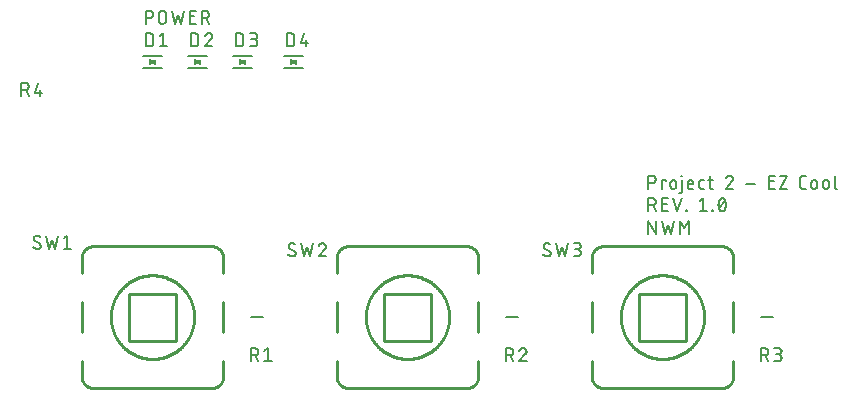
<source format=gbr>
G04 EAGLE Gerber RS-274X export*
G75*
%MOMM*%
%FSLAX34Y34*%
%LPD*%
%INSilkscreen Top*%
%IPPOS*%
%AMOC8*
5,1,8,0,0,1.08239X$1,22.5*%
G01*
%ADD10C,0.152400*%
%ADD11C,0.254000*%
%ADD12C,0.127000*%

G36*
X257085Y289476D02*
X257085Y289476D01*
X257185Y289475D01*
X257199Y289479D01*
X257211Y289479D01*
X257254Y289497D01*
X257364Y289533D01*
X261364Y291533D01*
X261399Y291559D01*
X261440Y291578D01*
X261489Y291626D01*
X261543Y291667D01*
X261568Y291704D01*
X261599Y291736D01*
X261628Y291798D01*
X261665Y291855D01*
X261675Y291899D01*
X261694Y291939D01*
X261699Y292008D01*
X261714Y292074D01*
X261708Y292119D01*
X261711Y292163D01*
X261692Y292229D01*
X261683Y292297D01*
X261662Y292336D01*
X261650Y292379D01*
X261609Y292434D01*
X261577Y292494D01*
X261543Y292524D01*
X261517Y292560D01*
X261446Y292609D01*
X261408Y292643D01*
X261387Y292651D01*
X261364Y292667D01*
X257364Y294667D01*
X257268Y294695D01*
X257174Y294727D01*
X257161Y294727D01*
X257148Y294731D01*
X257049Y294724D01*
X256949Y294721D01*
X256938Y294716D01*
X256925Y294715D01*
X256834Y294674D01*
X256742Y294636D01*
X256732Y294628D01*
X256720Y294622D01*
X256649Y294552D01*
X256576Y294485D01*
X256570Y294474D01*
X256561Y294464D01*
X256519Y294374D01*
X256473Y294285D01*
X256471Y294271D01*
X256466Y294261D01*
X256463Y294214D01*
X256446Y294100D01*
X256446Y290100D01*
X256463Y290002D01*
X256477Y289903D01*
X256483Y289892D01*
X256485Y289879D01*
X256536Y289793D01*
X256583Y289706D01*
X256593Y289697D01*
X256600Y289686D01*
X256677Y289623D01*
X256752Y289557D01*
X256764Y289553D01*
X256774Y289545D01*
X256868Y289513D01*
X256961Y289477D01*
X256974Y289477D01*
X256986Y289473D01*
X257085Y289476D01*
G37*
G36*
X213905Y289476D02*
X213905Y289476D01*
X214005Y289475D01*
X214019Y289479D01*
X214031Y289479D01*
X214074Y289497D01*
X214184Y289533D01*
X218184Y291533D01*
X218219Y291559D01*
X218260Y291578D01*
X218309Y291626D01*
X218363Y291667D01*
X218388Y291704D01*
X218419Y291736D01*
X218448Y291798D01*
X218485Y291855D01*
X218495Y291899D01*
X218514Y291939D01*
X218519Y292008D01*
X218534Y292074D01*
X218528Y292119D01*
X218531Y292163D01*
X218512Y292229D01*
X218503Y292297D01*
X218482Y292336D01*
X218470Y292379D01*
X218429Y292434D01*
X218397Y292494D01*
X218363Y292524D01*
X218337Y292560D01*
X218266Y292609D01*
X218228Y292643D01*
X218207Y292651D01*
X218184Y292667D01*
X214184Y294667D01*
X214088Y294695D01*
X213994Y294727D01*
X213981Y294727D01*
X213968Y294731D01*
X213869Y294724D01*
X213769Y294721D01*
X213758Y294716D01*
X213745Y294715D01*
X213654Y294674D01*
X213562Y294636D01*
X213552Y294628D01*
X213540Y294622D01*
X213469Y294552D01*
X213396Y294485D01*
X213390Y294474D01*
X213381Y294464D01*
X213339Y294374D01*
X213293Y294285D01*
X213291Y294271D01*
X213286Y294261D01*
X213283Y294214D01*
X213266Y294100D01*
X213266Y290100D01*
X213283Y290002D01*
X213297Y289903D01*
X213303Y289892D01*
X213305Y289879D01*
X213356Y289793D01*
X213403Y289706D01*
X213413Y289697D01*
X213420Y289686D01*
X213497Y289623D01*
X213572Y289557D01*
X213584Y289553D01*
X213594Y289545D01*
X213688Y289513D01*
X213781Y289477D01*
X213794Y289477D01*
X213806Y289473D01*
X213905Y289476D01*
G37*
G36*
X175805Y289476D02*
X175805Y289476D01*
X175905Y289475D01*
X175919Y289479D01*
X175931Y289479D01*
X175974Y289497D01*
X176084Y289533D01*
X180084Y291533D01*
X180119Y291559D01*
X180160Y291578D01*
X180209Y291626D01*
X180263Y291667D01*
X180288Y291704D01*
X180319Y291736D01*
X180348Y291798D01*
X180385Y291855D01*
X180395Y291899D01*
X180414Y291939D01*
X180419Y292008D01*
X180434Y292074D01*
X180428Y292119D01*
X180431Y292163D01*
X180412Y292229D01*
X180403Y292297D01*
X180382Y292336D01*
X180370Y292379D01*
X180329Y292434D01*
X180297Y292494D01*
X180263Y292524D01*
X180237Y292560D01*
X180166Y292609D01*
X180128Y292643D01*
X180107Y292651D01*
X180084Y292667D01*
X176084Y294667D01*
X175988Y294695D01*
X175894Y294727D01*
X175881Y294727D01*
X175868Y294731D01*
X175769Y294724D01*
X175669Y294721D01*
X175658Y294716D01*
X175645Y294715D01*
X175554Y294674D01*
X175462Y294636D01*
X175452Y294628D01*
X175440Y294622D01*
X175369Y294552D01*
X175296Y294485D01*
X175290Y294474D01*
X175281Y294464D01*
X175239Y294374D01*
X175193Y294285D01*
X175191Y294271D01*
X175186Y294261D01*
X175183Y294214D01*
X175166Y294100D01*
X175166Y290100D01*
X175183Y290002D01*
X175197Y289903D01*
X175203Y289892D01*
X175205Y289879D01*
X175256Y289793D01*
X175303Y289706D01*
X175313Y289697D01*
X175320Y289686D01*
X175397Y289623D01*
X175472Y289557D01*
X175484Y289553D01*
X175494Y289545D01*
X175588Y289513D01*
X175681Y289477D01*
X175694Y289477D01*
X175706Y289473D01*
X175805Y289476D01*
G37*
G36*
X137705Y289476D02*
X137705Y289476D01*
X137805Y289475D01*
X137819Y289479D01*
X137831Y289479D01*
X137874Y289497D01*
X137984Y289533D01*
X141984Y291533D01*
X142019Y291559D01*
X142060Y291578D01*
X142109Y291626D01*
X142163Y291667D01*
X142188Y291704D01*
X142219Y291736D01*
X142248Y291798D01*
X142285Y291855D01*
X142295Y291899D01*
X142314Y291939D01*
X142319Y292008D01*
X142334Y292074D01*
X142328Y292119D01*
X142331Y292163D01*
X142312Y292229D01*
X142303Y292297D01*
X142282Y292336D01*
X142270Y292379D01*
X142229Y292434D01*
X142197Y292494D01*
X142163Y292524D01*
X142137Y292560D01*
X142066Y292609D01*
X142028Y292643D01*
X142007Y292651D01*
X141984Y292667D01*
X137984Y294667D01*
X137888Y294695D01*
X137794Y294727D01*
X137781Y294727D01*
X137768Y294731D01*
X137669Y294724D01*
X137569Y294721D01*
X137558Y294716D01*
X137545Y294715D01*
X137454Y294674D01*
X137362Y294636D01*
X137352Y294628D01*
X137340Y294622D01*
X137269Y294552D01*
X137196Y294485D01*
X137190Y294474D01*
X137181Y294464D01*
X137139Y294374D01*
X137093Y294285D01*
X137091Y294271D01*
X137086Y294261D01*
X137083Y294214D01*
X137066Y294100D01*
X137066Y290100D01*
X137083Y290002D01*
X137097Y289903D01*
X137103Y289892D01*
X137105Y289879D01*
X137156Y289793D01*
X137203Y289706D01*
X137213Y289697D01*
X137220Y289686D01*
X137297Y289623D01*
X137372Y289557D01*
X137384Y289553D01*
X137394Y289545D01*
X137488Y289513D01*
X137581Y289477D01*
X137594Y289477D01*
X137606Y289473D01*
X137705Y289476D01*
G37*
D10*
X559562Y146812D02*
X559562Y157988D01*
X565771Y146812D01*
X565771Y157988D01*
X571034Y157988D02*
X573518Y146812D01*
X576001Y154263D01*
X578485Y146812D01*
X580969Y157988D01*
X586373Y157988D02*
X586373Y146812D01*
X590098Y151779D02*
X586373Y157988D01*
X590098Y151779D02*
X593824Y157988D01*
X593824Y146812D01*
X559562Y184912D02*
X559562Y196088D01*
X562666Y196088D01*
X562777Y196086D01*
X562887Y196080D01*
X562998Y196070D01*
X563108Y196056D01*
X563217Y196039D01*
X563326Y196017D01*
X563434Y195992D01*
X563540Y195962D01*
X563646Y195929D01*
X563751Y195892D01*
X563854Y195852D01*
X563955Y195807D01*
X564055Y195760D01*
X564154Y195708D01*
X564250Y195653D01*
X564344Y195595D01*
X564436Y195534D01*
X564526Y195469D01*
X564614Y195401D01*
X564699Y195330D01*
X564781Y195256D01*
X564861Y195179D01*
X564938Y195099D01*
X565012Y195017D01*
X565083Y194932D01*
X565151Y194844D01*
X565216Y194754D01*
X565277Y194662D01*
X565335Y194568D01*
X565390Y194472D01*
X565442Y194373D01*
X565489Y194273D01*
X565534Y194172D01*
X565574Y194069D01*
X565611Y193964D01*
X565644Y193858D01*
X565674Y193752D01*
X565699Y193644D01*
X565721Y193535D01*
X565738Y193426D01*
X565752Y193316D01*
X565762Y193205D01*
X565768Y193095D01*
X565770Y192984D01*
X565768Y192873D01*
X565762Y192763D01*
X565752Y192652D01*
X565738Y192542D01*
X565721Y192433D01*
X565699Y192324D01*
X565674Y192216D01*
X565644Y192110D01*
X565611Y192004D01*
X565574Y191899D01*
X565534Y191796D01*
X565489Y191695D01*
X565442Y191595D01*
X565390Y191496D01*
X565335Y191400D01*
X565277Y191306D01*
X565216Y191214D01*
X565151Y191124D01*
X565083Y191036D01*
X565012Y190951D01*
X564938Y190869D01*
X564861Y190789D01*
X564781Y190712D01*
X564699Y190638D01*
X564614Y190567D01*
X564526Y190499D01*
X564436Y190434D01*
X564344Y190373D01*
X564250Y190315D01*
X564154Y190260D01*
X564055Y190208D01*
X563955Y190161D01*
X563854Y190116D01*
X563751Y190076D01*
X563646Y190039D01*
X563540Y190006D01*
X563434Y189976D01*
X563326Y189951D01*
X563217Y189929D01*
X563108Y189912D01*
X562998Y189898D01*
X562887Y189888D01*
X562777Y189882D01*
X562666Y189880D01*
X562666Y189879D02*
X559562Y189879D01*
X570722Y192363D02*
X570722Y184912D01*
X570722Y192363D02*
X574448Y192363D01*
X574448Y191121D01*
X578259Y189879D02*
X578259Y187396D01*
X578259Y189879D02*
X578261Y189978D01*
X578267Y190076D01*
X578277Y190175D01*
X578290Y190272D01*
X578308Y190370D01*
X578329Y190466D01*
X578355Y190562D01*
X578384Y190656D01*
X578416Y190749D01*
X578453Y190841D01*
X578493Y190931D01*
X578537Y191020D01*
X578584Y191107D01*
X578634Y191192D01*
X578688Y191274D01*
X578745Y191355D01*
X578805Y191433D01*
X578869Y191509D01*
X578935Y191582D01*
X579004Y191653D01*
X579076Y191721D01*
X579151Y191785D01*
X579228Y191847D01*
X579307Y191906D01*
X579389Y191961D01*
X579473Y192014D01*
X579558Y192062D01*
X579646Y192108D01*
X579736Y192150D01*
X579827Y192188D01*
X579919Y192222D01*
X580013Y192253D01*
X580108Y192280D01*
X580204Y192304D01*
X580301Y192323D01*
X580398Y192339D01*
X580496Y192351D01*
X580595Y192359D01*
X580694Y192363D01*
X580792Y192363D01*
X580891Y192359D01*
X580990Y192351D01*
X581088Y192339D01*
X581185Y192323D01*
X581282Y192304D01*
X581378Y192280D01*
X581473Y192253D01*
X581567Y192222D01*
X581659Y192188D01*
X581750Y192150D01*
X581840Y192108D01*
X581928Y192062D01*
X582013Y192014D01*
X582097Y191961D01*
X582179Y191906D01*
X582258Y191847D01*
X582335Y191785D01*
X582410Y191721D01*
X582482Y191653D01*
X582551Y191582D01*
X582617Y191509D01*
X582681Y191433D01*
X582741Y191355D01*
X582798Y191274D01*
X582852Y191192D01*
X582902Y191107D01*
X582949Y191020D01*
X582993Y190931D01*
X583033Y190841D01*
X583070Y190749D01*
X583102Y190656D01*
X583131Y190562D01*
X583157Y190466D01*
X583178Y190370D01*
X583196Y190272D01*
X583209Y190175D01*
X583219Y190076D01*
X583225Y189978D01*
X583227Y189879D01*
X583226Y189879D02*
X583226Y187396D01*
X583227Y187396D02*
X583225Y187297D01*
X583219Y187199D01*
X583209Y187100D01*
X583196Y187003D01*
X583178Y186905D01*
X583157Y186809D01*
X583131Y186713D01*
X583102Y186619D01*
X583070Y186526D01*
X583033Y186434D01*
X582993Y186344D01*
X582949Y186255D01*
X582902Y186168D01*
X582852Y186083D01*
X582798Y186001D01*
X582741Y185920D01*
X582681Y185842D01*
X582617Y185766D01*
X582551Y185693D01*
X582482Y185622D01*
X582410Y185554D01*
X582335Y185490D01*
X582258Y185428D01*
X582179Y185369D01*
X582097Y185314D01*
X582013Y185261D01*
X581928Y185213D01*
X581840Y185167D01*
X581750Y185125D01*
X581659Y185087D01*
X581567Y185053D01*
X581473Y185022D01*
X581378Y184995D01*
X581282Y184971D01*
X581185Y184952D01*
X581088Y184936D01*
X580990Y184924D01*
X580891Y184916D01*
X580792Y184912D01*
X580694Y184912D01*
X580595Y184916D01*
X580496Y184924D01*
X580398Y184936D01*
X580301Y184952D01*
X580204Y184971D01*
X580108Y184995D01*
X580013Y185022D01*
X579919Y185053D01*
X579827Y185087D01*
X579736Y185125D01*
X579646Y185167D01*
X579558Y185213D01*
X579473Y185261D01*
X579389Y185314D01*
X579307Y185369D01*
X579228Y185428D01*
X579151Y185490D01*
X579076Y185554D01*
X579004Y185622D01*
X578935Y185693D01*
X578869Y185766D01*
X578805Y185842D01*
X578745Y185920D01*
X578688Y186001D01*
X578634Y186083D01*
X578584Y186168D01*
X578537Y186255D01*
X578493Y186344D01*
X578453Y186434D01*
X578416Y186526D01*
X578384Y186619D01*
X578355Y186713D01*
X578329Y186809D01*
X578308Y186905D01*
X578290Y187003D01*
X578277Y187100D01*
X578267Y187199D01*
X578261Y187297D01*
X578259Y187396D01*
X587735Y183049D02*
X587735Y192363D01*
X587735Y183049D02*
X587733Y182963D01*
X587727Y182877D01*
X587717Y182792D01*
X587703Y182707D01*
X587686Y182622D01*
X587664Y182539D01*
X587638Y182457D01*
X587609Y182376D01*
X587576Y182297D01*
X587540Y182219D01*
X587500Y182142D01*
X587456Y182068D01*
X587409Y181996D01*
X587359Y181926D01*
X587305Y181859D01*
X587249Y181794D01*
X587189Y181732D01*
X587127Y181672D01*
X587062Y181616D01*
X586995Y181562D01*
X586925Y181512D01*
X586853Y181465D01*
X586779Y181421D01*
X586702Y181381D01*
X586625Y181345D01*
X586545Y181312D01*
X586464Y181283D01*
X586382Y181257D01*
X586299Y181235D01*
X586214Y181218D01*
X586129Y181204D01*
X586044Y181194D01*
X585958Y181188D01*
X585872Y181186D01*
X585872Y181187D02*
X585251Y181187D01*
X587424Y195467D02*
X587424Y196088D01*
X588045Y196088D01*
X588045Y195467D01*
X587424Y195467D01*
X594600Y184912D02*
X597704Y184912D01*
X594600Y184912D02*
X594516Y184914D01*
X594433Y184919D01*
X594350Y184929D01*
X594267Y184942D01*
X594185Y184959D01*
X594104Y184979D01*
X594024Y185003D01*
X593945Y185031D01*
X593868Y185062D01*
X593792Y185096D01*
X593717Y185134D01*
X593644Y185176D01*
X593574Y185220D01*
X593505Y185268D01*
X593438Y185318D01*
X593374Y185372D01*
X593313Y185428D01*
X593253Y185488D01*
X593197Y185549D01*
X593143Y185613D01*
X593093Y185680D01*
X593045Y185749D01*
X593001Y185819D01*
X592959Y185892D01*
X592921Y185967D01*
X592887Y186043D01*
X592856Y186120D01*
X592828Y186199D01*
X592804Y186279D01*
X592784Y186360D01*
X592767Y186442D01*
X592754Y186525D01*
X592744Y186608D01*
X592739Y186691D01*
X592737Y186775D01*
X592737Y189879D01*
X592739Y189978D01*
X592745Y190076D01*
X592755Y190175D01*
X592768Y190272D01*
X592786Y190370D01*
X592807Y190466D01*
X592833Y190562D01*
X592862Y190656D01*
X592894Y190749D01*
X592931Y190841D01*
X592971Y190931D01*
X593015Y191020D01*
X593062Y191107D01*
X593112Y191192D01*
X593166Y191274D01*
X593223Y191355D01*
X593283Y191433D01*
X593347Y191509D01*
X593413Y191582D01*
X593482Y191653D01*
X593554Y191721D01*
X593629Y191785D01*
X593706Y191847D01*
X593785Y191906D01*
X593867Y191961D01*
X593951Y192014D01*
X594036Y192062D01*
X594124Y192108D01*
X594214Y192150D01*
X594305Y192188D01*
X594397Y192222D01*
X594491Y192253D01*
X594586Y192280D01*
X594682Y192304D01*
X594779Y192323D01*
X594876Y192339D01*
X594974Y192351D01*
X595073Y192359D01*
X595172Y192363D01*
X595270Y192363D01*
X595369Y192359D01*
X595468Y192351D01*
X595566Y192339D01*
X595663Y192323D01*
X595760Y192304D01*
X595856Y192280D01*
X595951Y192253D01*
X596045Y192222D01*
X596137Y192188D01*
X596228Y192150D01*
X596318Y192108D01*
X596406Y192062D01*
X596491Y192014D01*
X596575Y191961D01*
X596657Y191906D01*
X596736Y191847D01*
X596813Y191785D01*
X596888Y191721D01*
X596960Y191653D01*
X597029Y191582D01*
X597095Y191509D01*
X597159Y191433D01*
X597219Y191355D01*
X597276Y191274D01*
X597330Y191192D01*
X597380Y191107D01*
X597427Y191020D01*
X597471Y190931D01*
X597511Y190841D01*
X597548Y190749D01*
X597580Y190656D01*
X597609Y190562D01*
X597635Y190466D01*
X597656Y190370D01*
X597674Y190272D01*
X597687Y190175D01*
X597697Y190076D01*
X597703Y189978D01*
X597705Y189879D01*
X597704Y189879D02*
X597704Y188637D01*
X592737Y188637D01*
X604522Y184912D02*
X607006Y184912D01*
X604522Y184912D02*
X604438Y184914D01*
X604355Y184919D01*
X604272Y184929D01*
X604189Y184942D01*
X604107Y184959D01*
X604026Y184979D01*
X603946Y185003D01*
X603867Y185031D01*
X603790Y185062D01*
X603714Y185096D01*
X603639Y185134D01*
X603566Y185176D01*
X603496Y185220D01*
X603427Y185268D01*
X603360Y185318D01*
X603296Y185372D01*
X603235Y185428D01*
X603175Y185488D01*
X603119Y185549D01*
X603065Y185613D01*
X603015Y185680D01*
X602967Y185749D01*
X602923Y185819D01*
X602881Y185892D01*
X602843Y185967D01*
X602809Y186043D01*
X602778Y186120D01*
X602750Y186199D01*
X602726Y186279D01*
X602706Y186360D01*
X602689Y186442D01*
X602676Y186525D01*
X602666Y186608D01*
X602661Y186691D01*
X602659Y186775D01*
X602660Y186775D02*
X602660Y190500D01*
X602659Y190500D02*
X602661Y190584D01*
X602667Y190667D01*
X602676Y190750D01*
X602689Y190833D01*
X602706Y190915D01*
X602726Y190996D01*
X602750Y191076D01*
X602778Y191155D01*
X602809Y191232D01*
X602843Y191308D01*
X602881Y191383D01*
X602923Y191456D01*
X602967Y191526D01*
X603015Y191595D01*
X603065Y191662D01*
X603119Y191726D01*
X603175Y191787D01*
X603235Y191847D01*
X603296Y191903D01*
X603360Y191957D01*
X603427Y192007D01*
X603496Y192055D01*
X603566Y192099D01*
X603639Y192141D01*
X603714Y192179D01*
X603790Y192213D01*
X603867Y192244D01*
X603946Y192272D01*
X604026Y192296D01*
X604107Y192316D01*
X604189Y192333D01*
X604272Y192346D01*
X604355Y192356D01*
X604438Y192361D01*
X604522Y192363D01*
X607006Y192363D01*
X610388Y192363D02*
X614113Y192363D01*
X611629Y196088D02*
X611629Y186775D01*
X611631Y186691D01*
X611636Y186608D01*
X611646Y186525D01*
X611659Y186442D01*
X611676Y186360D01*
X611696Y186279D01*
X611720Y186199D01*
X611748Y186120D01*
X611779Y186043D01*
X611813Y185967D01*
X611851Y185892D01*
X611893Y185819D01*
X611937Y185749D01*
X611985Y185680D01*
X612035Y185613D01*
X612089Y185549D01*
X612145Y185488D01*
X612205Y185428D01*
X612266Y185372D01*
X612330Y185318D01*
X612397Y185268D01*
X612466Y185220D01*
X612536Y185176D01*
X612609Y185134D01*
X612684Y185096D01*
X612760Y185062D01*
X612837Y185031D01*
X612916Y185003D01*
X612996Y184979D01*
X613077Y184959D01*
X613159Y184942D01*
X613242Y184929D01*
X613325Y184919D01*
X613408Y184914D01*
X613492Y184912D01*
X614113Y184912D01*
X628297Y196088D02*
X628401Y196086D01*
X628506Y196080D01*
X628610Y196070D01*
X628713Y196057D01*
X628816Y196039D01*
X628919Y196018D01*
X629020Y195993D01*
X629121Y195964D01*
X629220Y195931D01*
X629318Y195895D01*
X629414Y195855D01*
X629509Y195811D01*
X629603Y195764D01*
X629694Y195714D01*
X629783Y195660D01*
X629871Y195603D01*
X629956Y195542D01*
X630039Y195478D01*
X630119Y195412D01*
X630197Y195342D01*
X630273Y195270D01*
X630345Y195194D01*
X630415Y195116D01*
X630481Y195036D01*
X630545Y194953D01*
X630606Y194868D01*
X630663Y194780D01*
X630717Y194691D01*
X630767Y194600D01*
X630814Y194506D01*
X630858Y194411D01*
X630898Y194315D01*
X630934Y194217D01*
X630967Y194118D01*
X630996Y194017D01*
X631021Y193916D01*
X631042Y193813D01*
X631060Y193710D01*
X631073Y193607D01*
X631083Y193503D01*
X631089Y193398D01*
X631091Y193294D01*
X628297Y196089D02*
X628178Y196087D01*
X628060Y196081D01*
X627941Y196071D01*
X627823Y196058D01*
X627706Y196040D01*
X627589Y196018D01*
X627473Y195993D01*
X627358Y195964D01*
X627243Y195931D01*
X627130Y195894D01*
X627019Y195854D01*
X626908Y195810D01*
X626800Y195762D01*
X626693Y195711D01*
X626587Y195656D01*
X626484Y195597D01*
X626382Y195536D01*
X626283Y195471D01*
X626185Y195402D01*
X626091Y195331D01*
X625998Y195256D01*
X625908Y195179D01*
X625821Y195098D01*
X625736Y195015D01*
X625654Y194929D01*
X625575Y194840D01*
X625499Y194749D01*
X625426Y194655D01*
X625357Y194559D01*
X625290Y194460D01*
X625227Y194360D01*
X625167Y194257D01*
X625110Y194153D01*
X625058Y194046D01*
X625008Y193938D01*
X624962Y193829D01*
X624920Y193717D01*
X624882Y193605D01*
X630160Y191121D02*
X630235Y191195D01*
X630307Y191272D01*
X630377Y191351D01*
X630444Y191433D01*
X630508Y191517D01*
X630569Y191603D01*
X630627Y191691D01*
X630682Y191782D01*
X630734Y191874D01*
X630782Y191968D01*
X630827Y192063D01*
X630869Y192161D01*
X630907Y192259D01*
X630942Y192359D01*
X630973Y192460D01*
X631000Y192562D01*
X631024Y192665D01*
X631045Y192768D01*
X631061Y192873D01*
X631074Y192978D01*
X631084Y193083D01*
X631089Y193188D01*
X631091Y193294D01*
X630160Y191121D02*
X624882Y184912D01*
X631091Y184912D01*
X642549Y189258D02*
X650000Y189258D01*
X661867Y184912D02*
X666834Y184912D01*
X661867Y184912D02*
X661867Y196088D01*
X666834Y196088D01*
X665593Y191121D02*
X661867Y191121D01*
X670983Y196088D02*
X677192Y196088D01*
X670983Y184912D01*
X677192Y184912D01*
X690570Y184912D02*
X693054Y184912D01*
X690570Y184912D02*
X690472Y184914D01*
X690375Y184920D01*
X690278Y184929D01*
X690181Y184943D01*
X690085Y184960D01*
X689990Y184981D01*
X689896Y185005D01*
X689802Y185034D01*
X689710Y185066D01*
X689619Y185101D01*
X689530Y185140D01*
X689442Y185183D01*
X689356Y185229D01*
X689272Y185278D01*
X689190Y185331D01*
X689110Y185386D01*
X689032Y185445D01*
X688957Y185507D01*
X688884Y185572D01*
X688814Y185640D01*
X688746Y185710D01*
X688681Y185783D01*
X688619Y185858D01*
X688560Y185936D01*
X688505Y186016D01*
X688452Y186098D01*
X688403Y186182D01*
X688357Y186268D01*
X688314Y186356D01*
X688275Y186445D01*
X688240Y186536D01*
X688208Y186628D01*
X688179Y186722D01*
X688155Y186816D01*
X688134Y186911D01*
X688117Y187007D01*
X688103Y187104D01*
X688094Y187201D01*
X688088Y187298D01*
X688086Y187396D01*
X688086Y193604D01*
X688088Y193702D01*
X688094Y193799D01*
X688103Y193896D01*
X688117Y193993D01*
X688134Y194089D01*
X688155Y194184D01*
X688179Y194278D01*
X688208Y194372D01*
X688240Y194464D01*
X688275Y194555D01*
X688314Y194644D01*
X688357Y194732D01*
X688403Y194818D01*
X688452Y194902D01*
X688505Y194984D01*
X688560Y195064D01*
X688619Y195142D01*
X688681Y195217D01*
X688746Y195290D01*
X688814Y195360D01*
X688884Y195428D01*
X688957Y195493D01*
X689032Y195555D01*
X689110Y195614D01*
X689190Y195669D01*
X689272Y195722D01*
X689356Y195771D01*
X689442Y195817D01*
X689530Y195860D01*
X689619Y195899D01*
X689710Y195934D01*
X689802Y195966D01*
X689896Y195995D01*
X689990Y196019D01*
X690085Y196040D01*
X690181Y196057D01*
X690278Y196071D01*
X690375Y196080D01*
X690472Y196086D01*
X690570Y196088D01*
X693054Y196088D01*
X697512Y189879D02*
X697512Y187396D01*
X697511Y189879D02*
X697513Y189978D01*
X697519Y190076D01*
X697529Y190175D01*
X697542Y190272D01*
X697560Y190370D01*
X697581Y190466D01*
X697607Y190562D01*
X697636Y190656D01*
X697668Y190749D01*
X697705Y190841D01*
X697745Y190931D01*
X697789Y191020D01*
X697836Y191107D01*
X697886Y191192D01*
X697940Y191274D01*
X697997Y191355D01*
X698057Y191433D01*
X698121Y191509D01*
X698187Y191582D01*
X698256Y191653D01*
X698328Y191721D01*
X698403Y191785D01*
X698480Y191847D01*
X698559Y191906D01*
X698641Y191961D01*
X698725Y192014D01*
X698810Y192062D01*
X698898Y192108D01*
X698988Y192150D01*
X699079Y192188D01*
X699171Y192222D01*
X699265Y192253D01*
X699360Y192280D01*
X699456Y192304D01*
X699553Y192323D01*
X699650Y192339D01*
X699748Y192351D01*
X699847Y192359D01*
X699946Y192363D01*
X700044Y192363D01*
X700143Y192359D01*
X700242Y192351D01*
X700340Y192339D01*
X700437Y192323D01*
X700534Y192304D01*
X700630Y192280D01*
X700725Y192253D01*
X700819Y192222D01*
X700911Y192188D01*
X701002Y192150D01*
X701092Y192108D01*
X701180Y192062D01*
X701265Y192014D01*
X701349Y191961D01*
X701431Y191906D01*
X701510Y191847D01*
X701587Y191785D01*
X701662Y191721D01*
X701734Y191653D01*
X701803Y191582D01*
X701869Y191509D01*
X701933Y191433D01*
X701993Y191355D01*
X702050Y191274D01*
X702104Y191192D01*
X702154Y191107D01*
X702201Y191020D01*
X702245Y190931D01*
X702285Y190841D01*
X702322Y190749D01*
X702354Y190656D01*
X702383Y190562D01*
X702409Y190466D01*
X702430Y190370D01*
X702448Y190272D01*
X702461Y190175D01*
X702471Y190076D01*
X702477Y189978D01*
X702479Y189879D01*
X702479Y187396D01*
X702477Y187297D01*
X702471Y187199D01*
X702461Y187100D01*
X702448Y187003D01*
X702430Y186905D01*
X702409Y186809D01*
X702383Y186713D01*
X702354Y186619D01*
X702322Y186526D01*
X702285Y186434D01*
X702245Y186344D01*
X702201Y186255D01*
X702154Y186168D01*
X702104Y186083D01*
X702050Y186001D01*
X701993Y185920D01*
X701933Y185842D01*
X701869Y185766D01*
X701803Y185693D01*
X701734Y185622D01*
X701662Y185554D01*
X701587Y185490D01*
X701510Y185428D01*
X701431Y185369D01*
X701349Y185314D01*
X701265Y185261D01*
X701180Y185213D01*
X701092Y185167D01*
X701002Y185125D01*
X700911Y185087D01*
X700819Y185053D01*
X700725Y185022D01*
X700630Y184995D01*
X700534Y184971D01*
X700437Y184952D01*
X700340Y184936D01*
X700242Y184924D01*
X700143Y184916D01*
X700044Y184912D01*
X699946Y184912D01*
X699847Y184916D01*
X699748Y184924D01*
X699650Y184936D01*
X699553Y184952D01*
X699456Y184971D01*
X699360Y184995D01*
X699265Y185022D01*
X699171Y185053D01*
X699079Y185087D01*
X698988Y185125D01*
X698898Y185167D01*
X698810Y185213D01*
X698725Y185261D01*
X698641Y185314D01*
X698559Y185369D01*
X698480Y185428D01*
X698403Y185490D01*
X698328Y185554D01*
X698256Y185622D01*
X698187Y185693D01*
X698121Y185766D01*
X698057Y185842D01*
X697997Y185920D01*
X697940Y186001D01*
X697886Y186083D01*
X697836Y186168D01*
X697789Y186255D01*
X697745Y186344D01*
X697705Y186434D01*
X697668Y186526D01*
X697636Y186619D01*
X697607Y186713D01*
X697581Y186809D01*
X697560Y186905D01*
X697542Y187003D01*
X697529Y187100D01*
X697519Y187199D01*
X697513Y187297D01*
X697511Y187396D01*
X707418Y187396D02*
X707418Y189879D01*
X707417Y189879D02*
X707419Y189978D01*
X707425Y190076D01*
X707435Y190175D01*
X707448Y190272D01*
X707466Y190370D01*
X707487Y190466D01*
X707513Y190562D01*
X707542Y190656D01*
X707574Y190749D01*
X707611Y190841D01*
X707651Y190931D01*
X707695Y191020D01*
X707742Y191107D01*
X707792Y191192D01*
X707846Y191274D01*
X707903Y191355D01*
X707963Y191433D01*
X708027Y191509D01*
X708093Y191582D01*
X708162Y191653D01*
X708234Y191721D01*
X708309Y191785D01*
X708386Y191847D01*
X708465Y191906D01*
X708547Y191961D01*
X708631Y192014D01*
X708716Y192062D01*
X708804Y192108D01*
X708894Y192150D01*
X708985Y192188D01*
X709077Y192222D01*
X709171Y192253D01*
X709266Y192280D01*
X709362Y192304D01*
X709459Y192323D01*
X709556Y192339D01*
X709654Y192351D01*
X709753Y192359D01*
X709852Y192363D01*
X709950Y192363D01*
X710049Y192359D01*
X710148Y192351D01*
X710246Y192339D01*
X710343Y192323D01*
X710440Y192304D01*
X710536Y192280D01*
X710631Y192253D01*
X710725Y192222D01*
X710817Y192188D01*
X710908Y192150D01*
X710998Y192108D01*
X711086Y192062D01*
X711171Y192014D01*
X711255Y191961D01*
X711337Y191906D01*
X711416Y191847D01*
X711493Y191785D01*
X711568Y191721D01*
X711640Y191653D01*
X711709Y191582D01*
X711775Y191509D01*
X711839Y191433D01*
X711899Y191355D01*
X711956Y191274D01*
X712010Y191192D01*
X712060Y191107D01*
X712107Y191020D01*
X712151Y190931D01*
X712191Y190841D01*
X712228Y190749D01*
X712260Y190656D01*
X712289Y190562D01*
X712315Y190466D01*
X712336Y190370D01*
X712354Y190272D01*
X712367Y190175D01*
X712377Y190076D01*
X712383Y189978D01*
X712385Y189879D01*
X712385Y187396D01*
X712383Y187297D01*
X712377Y187199D01*
X712367Y187100D01*
X712354Y187003D01*
X712336Y186905D01*
X712315Y186809D01*
X712289Y186713D01*
X712260Y186619D01*
X712228Y186526D01*
X712191Y186434D01*
X712151Y186344D01*
X712107Y186255D01*
X712060Y186168D01*
X712010Y186083D01*
X711956Y186001D01*
X711899Y185920D01*
X711839Y185842D01*
X711775Y185766D01*
X711709Y185693D01*
X711640Y185622D01*
X711568Y185554D01*
X711493Y185490D01*
X711416Y185428D01*
X711337Y185369D01*
X711255Y185314D01*
X711171Y185261D01*
X711086Y185213D01*
X710998Y185167D01*
X710908Y185125D01*
X710817Y185087D01*
X710725Y185053D01*
X710631Y185022D01*
X710536Y184995D01*
X710440Y184971D01*
X710343Y184952D01*
X710246Y184936D01*
X710148Y184924D01*
X710049Y184916D01*
X709950Y184912D01*
X709852Y184912D01*
X709753Y184916D01*
X709654Y184924D01*
X709556Y184936D01*
X709459Y184952D01*
X709362Y184971D01*
X709266Y184995D01*
X709171Y185022D01*
X709077Y185053D01*
X708985Y185087D01*
X708894Y185125D01*
X708804Y185167D01*
X708716Y185213D01*
X708631Y185261D01*
X708547Y185314D01*
X708465Y185369D01*
X708386Y185428D01*
X708309Y185490D01*
X708234Y185554D01*
X708162Y185622D01*
X708093Y185693D01*
X708027Y185766D01*
X707963Y185842D01*
X707903Y185920D01*
X707846Y186001D01*
X707792Y186083D01*
X707742Y186168D01*
X707695Y186255D01*
X707651Y186344D01*
X707611Y186434D01*
X707574Y186526D01*
X707542Y186619D01*
X707513Y186713D01*
X707487Y186809D01*
X707466Y186905D01*
X707448Y187003D01*
X707435Y187100D01*
X707425Y187199D01*
X707419Y187297D01*
X707417Y187396D01*
X717416Y186775D02*
X717416Y196088D01*
X717415Y186775D02*
X717417Y186691D01*
X717422Y186608D01*
X717432Y186525D01*
X717445Y186442D01*
X717462Y186360D01*
X717482Y186279D01*
X717506Y186199D01*
X717534Y186120D01*
X717565Y186043D01*
X717599Y185967D01*
X717637Y185892D01*
X717679Y185819D01*
X717723Y185749D01*
X717771Y185680D01*
X717821Y185613D01*
X717875Y185549D01*
X717931Y185488D01*
X717991Y185428D01*
X718052Y185372D01*
X718116Y185318D01*
X718183Y185268D01*
X718252Y185220D01*
X718322Y185176D01*
X718395Y185134D01*
X718470Y185096D01*
X718546Y185062D01*
X718623Y185031D01*
X718702Y185003D01*
X718782Y184979D01*
X718863Y184959D01*
X718945Y184942D01*
X719028Y184929D01*
X719111Y184919D01*
X719194Y184914D01*
X719278Y184912D01*
X559562Y177038D02*
X559562Y165862D01*
X559562Y177038D02*
X562666Y177038D01*
X562777Y177036D01*
X562887Y177030D01*
X562998Y177020D01*
X563108Y177006D01*
X563217Y176989D01*
X563326Y176967D01*
X563434Y176942D01*
X563540Y176912D01*
X563646Y176879D01*
X563751Y176842D01*
X563854Y176802D01*
X563955Y176757D01*
X564055Y176710D01*
X564154Y176658D01*
X564250Y176603D01*
X564344Y176545D01*
X564436Y176484D01*
X564526Y176419D01*
X564614Y176351D01*
X564699Y176280D01*
X564781Y176206D01*
X564861Y176129D01*
X564938Y176049D01*
X565012Y175967D01*
X565083Y175882D01*
X565151Y175794D01*
X565216Y175704D01*
X565277Y175612D01*
X565335Y175518D01*
X565390Y175422D01*
X565442Y175323D01*
X565489Y175223D01*
X565534Y175122D01*
X565574Y175019D01*
X565611Y174914D01*
X565644Y174808D01*
X565674Y174702D01*
X565699Y174594D01*
X565721Y174485D01*
X565738Y174376D01*
X565752Y174266D01*
X565762Y174155D01*
X565768Y174045D01*
X565770Y173934D01*
X565768Y173823D01*
X565762Y173713D01*
X565752Y173602D01*
X565738Y173492D01*
X565721Y173383D01*
X565699Y173274D01*
X565674Y173166D01*
X565644Y173060D01*
X565611Y172954D01*
X565574Y172849D01*
X565534Y172746D01*
X565489Y172645D01*
X565442Y172545D01*
X565390Y172446D01*
X565335Y172350D01*
X565277Y172256D01*
X565216Y172164D01*
X565151Y172074D01*
X565083Y171986D01*
X565012Y171901D01*
X564938Y171819D01*
X564861Y171739D01*
X564781Y171662D01*
X564699Y171588D01*
X564614Y171517D01*
X564526Y171449D01*
X564436Y171384D01*
X564344Y171323D01*
X564250Y171265D01*
X564154Y171210D01*
X564055Y171158D01*
X563955Y171111D01*
X563854Y171066D01*
X563751Y171026D01*
X563646Y170989D01*
X563540Y170956D01*
X563434Y170926D01*
X563326Y170901D01*
X563217Y170879D01*
X563108Y170862D01*
X562998Y170848D01*
X562887Y170838D01*
X562777Y170832D01*
X562666Y170830D01*
X562666Y170829D02*
X559562Y170829D01*
X563287Y170829D02*
X565771Y165862D01*
X571309Y165862D02*
X576276Y165862D01*
X571309Y165862D02*
X571309Y177038D01*
X576276Y177038D01*
X575035Y172071D02*
X571309Y172071D01*
X580185Y177038D02*
X583910Y165862D01*
X587636Y177038D01*
X591601Y166483D02*
X591601Y165862D01*
X591601Y166483D02*
X592222Y166483D01*
X592222Y165862D01*
X591601Y165862D01*
X602904Y174554D02*
X606008Y177038D01*
X606008Y165862D01*
X602904Y165862D02*
X609113Y165862D01*
X613699Y165862D02*
X613699Y166483D01*
X614320Y166483D01*
X614320Y165862D01*
X613699Y165862D01*
X618906Y171450D02*
X618909Y171670D01*
X618916Y171890D01*
X618930Y172109D01*
X618948Y172328D01*
X618972Y172547D01*
X619000Y172765D01*
X619034Y172982D01*
X619073Y173198D01*
X619118Y173414D01*
X619167Y173628D01*
X619222Y173841D01*
X619281Y174053D01*
X619346Y174263D01*
X619416Y174471D01*
X619490Y174678D01*
X619570Y174883D01*
X619654Y175086D01*
X619743Y175287D01*
X619837Y175486D01*
X619870Y175575D01*
X619906Y175663D01*
X619946Y175749D01*
X619989Y175834D01*
X620036Y175916D01*
X620087Y175997D01*
X620140Y176075D01*
X620197Y176151D01*
X620257Y176225D01*
X620320Y176296D01*
X620385Y176365D01*
X620454Y176431D01*
X620525Y176493D01*
X620599Y176553D01*
X620675Y176610D01*
X620753Y176664D01*
X620834Y176714D01*
X620916Y176761D01*
X621001Y176804D01*
X621087Y176844D01*
X621175Y176881D01*
X621264Y176913D01*
X621354Y176942D01*
X621446Y176968D01*
X621538Y176989D01*
X621632Y177007D01*
X621726Y177020D01*
X621820Y177030D01*
X621915Y177036D01*
X622010Y177038D01*
X622105Y177036D01*
X622200Y177030D01*
X622294Y177020D01*
X622388Y177007D01*
X622482Y176989D01*
X622574Y176968D01*
X622666Y176942D01*
X622756Y176913D01*
X622845Y176881D01*
X622933Y176844D01*
X623019Y176804D01*
X623104Y176761D01*
X623186Y176714D01*
X623267Y176664D01*
X623345Y176610D01*
X623421Y176553D01*
X623495Y176493D01*
X623566Y176431D01*
X623635Y176365D01*
X623700Y176296D01*
X623763Y176225D01*
X623823Y176151D01*
X623880Y176075D01*
X623933Y175997D01*
X623984Y175916D01*
X624031Y175833D01*
X624074Y175749D01*
X624114Y175663D01*
X624150Y175575D01*
X624183Y175486D01*
X624184Y175486D02*
X624278Y175287D01*
X624367Y175086D01*
X624451Y174883D01*
X624531Y174678D01*
X624605Y174471D01*
X624675Y174263D01*
X624740Y174053D01*
X624799Y173841D01*
X624854Y173628D01*
X624903Y173414D01*
X624948Y173198D01*
X624987Y172982D01*
X625021Y172765D01*
X625049Y172547D01*
X625073Y172328D01*
X625091Y172109D01*
X625105Y171890D01*
X625112Y171670D01*
X625115Y171450D01*
X618906Y171450D02*
X618909Y171230D01*
X618916Y171010D01*
X618930Y170791D01*
X618948Y170572D01*
X618972Y170353D01*
X619000Y170135D01*
X619034Y169918D01*
X619073Y169702D01*
X619118Y169486D01*
X619167Y169272D01*
X619222Y169059D01*
X619281Y168848D01*
X619346Y168637D01*
X619416Y168429D01*
X619490Y168222D01*
X619570Y168017D01*
X619654Y167814D01*
X619743Y167613D01*
X619837Y167414D01*
X619870Y167325D01*
X619906Y167237D01*
X619946Y167151D01*
X619989Y167066D01*
X620036Y166984D01*
X620087Y166903D01*
X620140Y166825D01*
X620197Y166749D01*
X620257Y166675D01*
X620320Y166604D01*
X620385Y166535D01*
X620454Y166469D01*
X620525Y166407D01*
X620599Y166347D01*
X620675Y166290D01*
X620753Y166236D01*
X620834Y166186D01*
X620916Y166139D01*
X621001Y166096D01*
X621087Y166056D01*
X621175Y166019D01*
X621264Y165987D01*
X621354Y165958D01*
X621446Y165932D01*
X621538Y165911D01*
X621632Y165893D01*
X621726Y165880D01*
X621820Y165870D01*
X621915Y165864D01*
X622010Y165862D01*
X624184Y167414D02*
X624278Y167613D01*
X624367Y167814D01*
X624451Y168017D01*
X624531Y168222D01*
X624605Y168429D01*
X624675Y168637D01*
X624740Y168847D01*
X624799Y169059D01*
X624854Y169272D01*
X624903Y169486D01*
X624948Y169702D01*
X624987Y169918D01*
X625021Y170135D01*
X625049Y170353D01*
X625073Y170572D01*
X625091Y170791D01*
X625105Y171010D01*
X625112Y171230D01*
X625115Y171450D01*
X624183Y167414D02*
X624150Y167325D01*
X624114Y167237D01*
X624074Y167151D01*
X624031Y167066D01*
X623984Y166984D01*
X623933Y166903D01*
X623880Y166825D01*
X623823Y166749D01*
X623763Y166675D01*
X623700Y166604D01*
X623635Y166535D01*
X623566Y166469D01*
X623495Y166407D01*
X623421Y166347D01*
X623345Y166290D01*
X623267Y166236D01*
X623186Y166186D01*
X623104Y166139D01*
X623019Y166096D01*
X622933Y166056D01*
X622845Y166019D01*
X622756Y165987D01*
X622666Y165958D01*
X622574Y165932D01*
X622482Y165911D01*
X622388Y165893D01*
X622294Y165880D01*
X622200Y165870D01*
X622105Y165864D01*
X622010Y165862D01*
X619527Y168346D02*
X624494Y174554D01*
X134112Y324612D02*
X134112Y335788D01*
X137216Y335788D01*
X137327Y335786D01*
X137437Y335780D01*
X137548Y335770D01*
X137658Y335756D01*
X137767Y335739D01*
X137876Y335717D01*
X137984Y335692D01*
X138090Y335662D01*
X138196Y335629D01*
X138301Y335592D01*
X138404Y335552D01*
X138505Y335507D01*
X138605Y335460D01*
X138704Y335408D01*
X138800Y335353D01*
X138894Y335295D01*
X138986Y335234D01*
X139076Y335169D01*
X139164Y335101D01*
X139249Y335030D01*
X139331Y334956D01*
X139411Y334879D01*
X139488Y334799D01*
X139562Y334717D01*
X139633Y334632D01*
X139701Y334544D01*
X139766Y334454D01*
X139827Y334362D01*
X139885Y334268D01*
X139940Y334172D01*
X139992Y334073D01*
X140039Y333973D01*
X140084Y333872D01*
X140124Y333769D01*
X140161Y333664D01*
X140194Y333558D01*
X140224Y333452D01*
X140249Y333344D01*
X140271Y333235D01*
X140288Y333126D01*
X140302Y333016D01*
X140312Y332905D01*
X140318Y332795D01*
X140320Y332684D01*
X140318Y332573D01*
X140312Y332463D01*
X140302Y332352D01*
X140288Y332242D01*
X140271Y332133D01*
X140249Y332024D01*
X140224Y331916D01*
X140194Y331810D01*
X140161Y331704D01*
X140124Y331599D01*
X140084Y331496D01*
X140039Y331395D01*
X139992Y331295D01*
X139940Y331196D01*
X139885Y331100D01*
X139827Y331006D01*
X139766Y330914D01*
X139701Y330824D01*
X139633Y330736D01*
X139562Y330651D01*
X139488Y330569D01*
X139411Y330489D01*
X139331Y330412D01*
X139249Y330338D01*
X139164Y330267D01*
X139076Y330199D01*
X138986Y330134D01*
X138894Y330073D01*
X138800Y330015D01*
X138704Y329960D01*
X138605Y329908D01*
X138505Y329861D01*
X138404Y329816D01*
X138301Y329776D01*
X138196Y329739D01*
X138090Y329706D01*
X137984Y329676D01*
X137876Y329651D01*
X137767Y329629D01*
X137658Y329612D01*
X137548Y329598D01*
X137437Y329588D01*
X137327Y329582D01*
X137216Y329580D01*
X137216Y329579D02*
X134112Y329579D01*
X144949Y327716D02*
X144949Y332684D01*
X144950Y332684D02*
X144952Y332795D01*
X144958Y332905D01*
X144968Y333016D01*
X144982Y333126D01*
X144999Y333235D01*
X145021Y333344D01*
X145046Y333452D01*
X145076Y333558D01*
X145109Y333664D01*
X145146Y333769D01*
X145186Y333872D01*
X145231Y333973D01*
X145278Y334073D01*
X145330Y334172D01*
X145385Y334268D01*
X145443Y334362D01*
X145504Y334454D01*
X145569Y334544D01*
X145637Y334632D01*
X145708Y334717D01*
X145782Y334799D01*
X145859Y334879D01*
X145939Y334956D01*
X146021Y335030D01*
X146106Y335101D01*
X146194Y335169D01*
X146284Y335234D01*
X146376Y335295D01*
X146470Y335353D01*
X146566Y335408D01*
X146665Y335460D01*
X146765Y335507D01*
X146866Y335552D01*
X146969Y335592D01*
X147074Y335629D01*
X147180Y335662D01*
X147286Y335692D01*
X147394Y335717D01*
X147503Y335739D01*
X147612Y335756D01*
X147722Y335770D01*
X147833Y335780D01*
X147943Y335786D01*
X148054Y335788D01*
X148165Y335786D01*
X148275Y335780D01*
X148386Y335770D01*
X148496Y335756D01*
X148605Y335739D01*
X148714Y335717D01*
X148822Y335692D01*
X148928Y335662D01*
X149034Y335629D01*
X149139Y335592D01*
X149242Y335552D01*
X149343Y335507D01*
X149443Y335460D01*
X149542Y335408D01*
X149638Y335353D01*
X149732Y335295D01*
X149824Y335234D01*
X149914Y335169D01*
X150002Y335101D01*
X150087Y335030D01*
X150169Y334956D01*
X150249Y334879D01*
X150326Y334799D01*
X150400Y334717D01*
X150471Y334632D01*
X150539Y334544D01*
X150604Y334454D01*
X150665Y334362D01*
X150723Y334268D01*
X150778Y334172D01*
X150830Y334073D01*
X150877Y333973D01*
X150922Y333872D01*
X150962Y333769D01*
X150999Y333664D01*
X151032Y333558D01*
X151062Y333452D01*
X151087Y333344D01*
X151109Y333235D01*
X151126Y333126D01*
X151140Y333016D01*
X151150Y332905D01*
X151156Y332795D01*
X151158Y332684D01*
X151158Y327716D01*
X151156Y327605D01*
X151150Y327495D01*
X151140Y327384D01*
X151126Y327274D01*
X151109Y327165D01*
X151087Y327056D01*
X151062Y326948D01*
X151032Y326842D01*
X150999Y326736D01*
X150962Y326631D01*
X150922Y326528D01*
X150877Y326427D01*
X150830Y326327D01*
X150778Y326228D01*
X150723Y326132D01*
X150665Y326038D01*
X150604Y325946D01*
X150539Y325856D01*
X150471Y325768D01*
X150400Y325683D01*
X150326Y325601D01*
X150249Y325521D01*
X150169Y325444D01*
X150087Y325370D01*
X150002Y325299D01*
X149914Y325231D01*
X149824Y325166D01*
X149732Y325105D01*
X149638Y325047D01*
X149542Y324992D01*
X149443Y324940D01*
X149343Y324893D01*
X149242Y324848D01*
X149139Y324808D01*
X149034Y324771D01*
X148928Y324738D01*
X148822Y324708D01*
X148714Y324683D01*
X148605Y324661D01*
X148496Y324644D01*
X148386Y324630D01*
X148275Y324620D01*
X148165Y324614D01*
X148054Y324612D01*
X147943Y324614D01*
X147833Y324620D01*
X147722Y324630D01*
X147612Y324644D01*
X147503Y324661D01*
X147394Y324683D01*
X147286Y324708D01*
X147180Y324738D01*
X147074Y324771D01*
X146969Y324808D01*
X146866Y324848D01*
X146765Y324893D01*
X146665Y324940D01*
X146566Y324992D01*
X146470Y325047D01*
X146376Y325105D01*
X146284Y325166D01*
X146194Y325231D01*
X146106Y325299D01*
X146021Y325370D01*
X145939Y325444D01*
X145859Y325521D01*
X145782Y325601D01*
X145708Y325683D01*
X145637Y325768D01*
X145569Y325856D01*
X145504Y325946D01*
X145443Y326038D01*
X145385Y326132D01*
X145330Y326228D01*
X145278Y326327D01*
X145231Y326427D01*
X145186Y326528D01*
X145146Y326631D01*
X145109Y326736D01*
X145076Y326842D01*
X145046Y326948D01*
X145021Y327056D01*
X144999Y327165D01*
X144982Y327274D01*
X144968Y327384D01*
X144958Y327495D01*
X144952Y327605D01*
X144950Y327716D01*
X156041Y335788D02*
X158524Y324612D01*
X161008Y332063D01*
X163491Y324612D01*
X165975Y335788D01*
X171267Y324612D02*
X176234Y324612D01*
X171267Y324612D02*
X171267Y335788D01*
X176234Y335788D01*
X174992Y330821D02*
X171267Y330821D01*
X181236Y335788D02*
X181236Y324612D01*
X181236Y335788D02*
X184341Y335788D01*
X184452Y335786D01*
X184562Y335780D01*
X184673Y335770D01*
X184783Y335756D01*
X184892Y335739D01*
X185001Y335717D01*
X185109Y335692D01*
X185215Y335662D01*
X185321Y335629D01*
X185426Y335592D01*
X185529Y335552D01*
X185630Y335507D01*
X185730Y335460D01*
X185829Y335408D01*
X185925Y335353D01*
X186019Y335295D01*
X186111Y335234D01*
X186201Y335169D01*
X186289Y335101D01*
X186374Y335030D01*
X186456Y334956D01*
X186536Y334879D01*
X186613Y334799D01*
X186687Y334717D01*
X186758Y334632D01*
X186826Y334544D01*
X186891Y334454D01*
X186952Y334362D01*
X187010Y334268D01*
X187065Y334172D01*
X187117Y334073D01*
X187164Y333973D01*
X187209Y333872D01*
X187249Y333769D01*
X187286Y333664D01*
X187319Y333558D01*
X187349Y333452D01*
X187374Y333344D01*
X187396Y333235D01*
X187413Y333126D01*
X187427Y333016D01*
X187437Y332905D01*
X187443Y332795D01*
X187445Y332684D01*
X187443Y332573D01*
X187437Y332463D01*
X187427Y332352D01*
X187413Y332242D01*
X187396Y332133D01*
X187374Y332024D01*
X187349Y331916D01*
X187319Y331810D01*
X187286Y331704D01*
X187249Y331599D01*
X187209Y331496D01*
X187164Y331395D01*
X187117Y331295D01*
X187065Y331196D01*
X187010Y331100D01*
X186952Y331006D01*
X186891Y330914D01*
X186826Y330824D01*
X186758Y330736D01*
X186687Y330651D01*
X186613Y330569D01*
X186536Y330489D01*
X186456Y330412D01*
X186374Y330338D01*
X186289Y330267D01*
X186201Y330199D01*
X186111Y330134D01*
X186019Y330073D01*
X185925Y330015D01*
X185829Y329960D01*
X185730Y329908D01*
X185630Y329861D01*
X185529Y329816D01*
X185426Y329776D01*
X185321Y329739D01*
X185215Y329706D01*
X185109Y329676D01*
X185001Y329651D01*
X184892Y329629D01*
X184783Y329612D01*
X184673Y329598D01*
X184562Y329588D01*
X184452Y329582D01*
X184341Y329580D01*
X184341Y329579D02*
X181236Y329579D01*
X184962Y329579D02*
X187445Y324612D01*
D11*
X199700Y26200D02*
X199697Y25958D01*
X199688Y25717D01*
X199674Y25476D01*
X199653Y25235D01*
X199627Y24995D01*
X199595Y24755D01*
X199557Y24516D01*
X199514Y24279D01*
X199464Y24042D01*
X199409Y23807D01*
X199349Y23573D01*
X199282Y23341D01*
X199211Y23110D01*
X199133Y22881D01*
X199050Y22654D01*
X198962Y22429D01*
X198868Y22206D01*
X198769Y21986D01*
X198664Y21768D01*
X198555Y21553D01*
X198440Y21340D01*
X198320Y21130D01*
X198195Y20924D01*
X198065Y20720D01*
X197930Y20519D01*
X197790Y20322D01*
X197646Y20128D01*
X197497Y19938D01*
X197343Y19752D01*
X197185Y19569D01*
X197023Y19390D01*
X196856Y19215D01*
X196685Y19044D01*
X196510Y18877D01*
X196331Y18715D01*
X196148Y18557D01*
X195962Y18403D01*
X195772Y18254D01*
X195578Y18110D01*
X195381Y17970D01*
X195180Y17835D01*
X194976Y17705D01*
X194770Y17580D01*
X194560Y17460D01*
X194347Y17345D01*
X194132Y17236D01*
X193914Y17131D01*
X193694Y17032D01*
X193471Y16938D01*
X193246Y16850D01*
X193019Y16767D01*
X192790Y16689D01*
X192559Y16618D01*
X192327Y16551D01*
X192093Y16491D01*
X191858Y16436D01*
X191621Y16386D01*
X191384Y16343D01*
X191145Y16305D01*
X190905Y16273D01*
X190665Y16247D01*
X190424Y16226D01*
X190183Y16212D01*
X189942Y16203D01*
X189700Y16200D01*
X89700Y16200D01*
X89458Y16203D01*
X89217Y16212D01*
X88976Y16226D01*
X88735Y16247D01*
X88495Y16273D01*
X88255Y16305D01*
X88016Y16343D01*
X87779Y16386D01*
X87542Y16436D01*
X87307Y16491D01*
X87073Y16551D01*
X86841Y16618D01*
X86610Y16689D01*
X86381Y16767D01*
X86154Y16850D01*
X85929Y16938D01*
X85706Y17032D01*
X85486Y17131D01*
X85268Y17236D01*
X85053Y17345D01*
X84840Y17460D01*
X84630Y17580D01*
X84424Y17705D01*
X84220Y17835D01*
X84019Y17970D01*
X83822Y18110D01*
X83628Y18254D01*
X83438Y18403D01*
X83252Y18557D01*
X83069Y18715D01*
X82890Y18877D01*
X82715Y19044D01*
X82544Y19215D01*
X82377Y19390D01*
X82215Y19569D01*
X82057Y19752D01*
X81903Y19938D01*
X81754Y20128D01*
X81610Y20322D01*
X81470Y20519D01*
X81335Y20720D01*
X81205Y20924D01*
X81080Y21130D01*
X80960Y21340D01*
X80845Y21553D01*
X80736Y21768D01*
X80631Y21986D01*
X80532Y22206D01*
X80438Y22429D01*
X80350Y22654D01*
X80267Y22881D01*
X80189Y23110D01*
X80118Y23341D01*
X80051Y23573D01*
X79991Y23807D01*
X79936Y24042D01*
X79886Y24279D01*
X79843Y24516D01*
X79805Y24755D01*
X79773Y24995D01*
X79747Y25235D01*
X79726Y25476D01*
X79712Y25717D01*
X79703Y25958D01*
X79700Y26200D01*
X79700Y126200D02*
X79703Y126442D01*
X79712Y126683D01*
X79726Y126924D01*
X79747Y127165D01*
X79773Y127405D01*
X79805Y127645D01*
X79843Y127884D01*
X79886Y128121D01*
X79936Y128358D01*
X79991Y128593D01*
X80051Y128827D01*
X80118Y129059D01*
X80189Y129290D01*
X80267Y129519D01*
X80350Y129746D01*
X80438Y129971D01*
X80532Y130194D01*
X80631Y130414D01*
X80736Y130632D01*
X80845Y130847D01*
X80960Y131060D01*
X81080Y131270D01*
X81205Y131476D01*
X81335Y131680D01*
X81470Y131881D01*
X81610Y132078D01*
X81754Y132272D01*
X81903Y132462D01*
X82057Y132648D01*
X82215Y132831D01*
X82377Y133010D01*
X82544Y133185D01*
X82715Y133356D01*
X82890Y133523D01*
X83069Y133685D01*
X83252Y133843D01*
X83438Y133997D01*
X83628Y134146D01*
X83822Y134290D01*
X84019Y134430D01*
X84220Y134565D01*
X84424Y134695D01*
X84630Y134820D01*
X84840Y134940D01*
X85053Y135055D01*
X85268Y135164D01*
X85486Y135269D01*
X85706Y135368D01*
X85929Y135462D01*
X86154Y135550D01*
X86381Y135633D01*
X86610Y135711D01*
X86841Y135782D01*
X87073Y135849D01*
X87307Y135909D01*
X87542Y135964D01*
X87779Y136014D01*
X88016Y136057D01*
X88255Y136095D01*
X88495Y136127D01*
X88735Y136153D01*
X88976Y136174D01*
X89217Y136188D01*
X89458Y136197D01*
X89700Y136200D01*
X189700Y136200D01*
X189942Y136197D01*
X190183Y136188D01*
X190424Y136174D01*
X190665Y136153D01*
X190905Y136127D01*
X191145Y136095D01*
X191384Y136057D01*
X191621Y136014D01*
X191858Y135964D01*
X192093Y135909D01*
X192327Y135849D01*
X192559Y135782D01*
X192790Y135711D01*
X193019Y135633D01*
X193246Y135550D01*
X193471Y135462D01*
X193694Y135368D01*
X193914Y135269D01*
X194132Y135164D01*
X194347Y135055D01*
X194560Y134940D01*
X194770Y134820D01*
X194976Y134695D01*
X195180Y134565D01*
X195381Y134430D01*
X195578Y134290D01*
X195772Y134146D01*
X195962Y133997D01*
X196148Y133843D01*
X196331Y133685D01*
X196510Y133523D01*
X196685Y133356D01*
X196856Y133185D01*
X197023Y133010D01*
X197185Y132831D01*
X197343Y132648D01*
X197497Y132462D01*
X197646Y132272D01*
X197790Y132078D01*
X197930Y131881D01*
X198065Y131680D01*
X198195Y131476D01*
X198320Y131270D01*
X198440Y131060D01*
X198555Y130847D01*
X198664Y130632D01*
X198769Y130414D01*
X198868Y130194D01*
X198962Y129971D01*
X199050Y129746D01*
X199133Y129519D01*
X199211Y129290D01*
X199282Y129059D01*
X199349Y128827D01*
X199409Y128593D01*
X199464Y128358D01*
X199514Y128121D01*
X199557Y127884D01*
X199595Y127645D01*
X199627Y127405D01*
X199653Y127165D01*
X199674Y126924D01*
X199688Y126683D01*
X199697Y126442D01*
X199700Y126200D01*
X104345Y76200D02*
X104356Y77068D01*
X104388Y77935D01*
X104441Y78801D01*
X104515Y79665D01*
X104611Y80528D01*
X104728Y81388D01*
X104866Y82244D01*
X105024Y83097D01*
X105204Y83946D01*
X105405Y84791D01*
X105626Y85630D01*
X105867Y86463D01*
X106129Y87290D01*
X106412Y88111D01*
X106714Y88924D01*
X107036Y89730D01*
X107378Y90527D01*
X107739Y91316D01*
X108120Y92096D01*
X108520Y92866D01*
X108938Y93626D01*
X109375Y94376D01*
X109830Y95115D01*
X110303Y95842D01*
X110794Y96558D01*
X111303Y97261D01*
X111828Y97952D01*
X112370Y98629D01*
X112929Y99293D01*
X113504Y99943D01*
X114094Y100579D01*
X114700Y101200D01*
X115321Y101806D01*
X115957Y102396D01*
X116607Y102971D01*
X117271Y103530D01*
X117948Y104072D01*
X118639Y104597D01*
X119342Y105106D01*
X120058Y105597D01*
X120785Y106070D01*
X121524Y106525D01*
X122274Y106962D01*
X123034Y107380D01*
X123804Y107780D01*
X124584Y108161D01*
X125373Y108522D01*
X126170Y108864D01*
X126976Y109186D01*
X127789Y109488D01*
X128610Y109771D01*
X129437Y110033D01*
X130270Y110274D01*
X131109Y110495D01*
X131954Y110696D01*
X132803Y110876D01*
X133656Y111034D01*
X134512Y111172D01*
X135372Y111289D01*
X136235Y111385D01*
X137099Y111459D01*
X137965Y111512D01*
X138832Y111544D01*
X139700Y111555D01*
X140568Y111544D01*
X141435Y111512D01*
X142301Y111459D01*
X143165Y111385D01*
X144028Y111289D01*
X144888Y111172D01*
X145744Y111034D01*
X146597Y110876D01*
X147446Y110696D01*
X148291Y110495D01*
X149130Y110274D01*
X149963Y110033D01*
X150790Y109771D01*
X151611Y109488D01*
X152424Y109186D01*
X153230Y108864D01*
X154027Y108522D01*
X154816Y108161D01*
X155596Y107780D01*
X156366Y107380D01*
X157126Y106962D01*
X157876Y106525D01*
X158615Y106070D01*
X159342Y105597D01*
X160058Y105106D01*
X160761Y104597D01*
X161452Y104072D01*
X162129Y103530D01*
X162793Y102971D01*
X163443Y102396D01*
X164079Y101806D01*
X164700Y101200D01*
X165306Y100579D01*
X165896Y99943D01*
X166471Y99293D01*
X167030Y98629D01*
X167572Y97952D01*
X168097Y97261D01*
X168606Y96558D01*
X169097Y95842D01*
X169570Y95115D01*
X170025Y94376D01*
X170462Y93626D01*
X170880Y92866D01*
X171280Y92096D01*
X171661Y91316D01*
X172022Y90527D01*
X172364Y89730D01*
X172686Y88924D01*
X172988Y88111D01*
X173271Y87290D01*
X173533Y86463D01*
X173774Y85630D01*
X173995Y84791D01*
X174196Y83946D01*
X174376Y83097D01*
X174534Y82244D01*
X174672Y81388D01*
X174789Y80528D01*
X174885Y79665D01*
X174959Y78801D01*
X175012Y77935D01*
X175044Y77068D01*
X175055Y76200D01*
X175044Y75332D01*
X175012Y74465D01*
X174959Y73599D01*
X174885Y72735D01*
X174789Y71872D01*
X174672Y71012D01*
X174534Y70156D01*
X174376Y69303D01*
X174196Y68454D01*
X173995Y67609D01*
X173774Y66770D01*
X173533Y65937D01*
X173271Y65110D01*
X172988Y64289D01*
X172686Y63476D01*
X172364Y62670D01*
X172022Y61873D01*
X171661Y61084D01*
X171280Y60304D01*
X170880Y59534D01*
X170462Y58774D01*
X170025Y58024D01*
X169570Y57285D01*
X169097Y56558D01*
X168606Y55842D01*
X168097Y55139D01*
X167572Y54448D01*
X167030Y53771D01*
X166471Y53107D01*
X165896Y52457D01*
X165306Y51821D01*
X164700Y51200D01*
X164079Y50594D01*
X163443Y50004D01*
X162793Y49429D01*
X162129Y48870D01*
X161452Y48328D01*
X160761Y47803D01*
X160058Y47294D01*
X159342Y46803D01*
X158615Y46330D01*
X157876Y45875D01*
X157126Y45438D01*
X156366Y45020D01*
X155596Y44620D01*
X154816Y44239D01*
X154027Y43878D01*
X153230Y43536D01*
X152424Y43214D01*
X151611Y42912D01*
X150790Y42629D01*
X149963Y42367D01*
X149130Y42126D01*
X148291Y41905D01*
X147446Y41704D01*
X146597Y41524D01*
X145744Y41366D01*
X144888Y41228D01*
X144028Y41111D01*
X143165Y41015D01*
X142301Y40941D01*
X141435Y40888D01*
X140568Y40856D01*
X139700Y40845D01*
X138832Y40856D01*
X137965Y40888D01*
X137099Y40941D01*
X136235Y41015D01*
X135372Y41111D01*
X134512Y41228D01*
X133656Y41366D01*
X132803Y41524D01*
X131954Y41704D01*
X131109Y41905D01*
X130270Y42126D01*
X129437Y42367D01*
X128610Y42629D01*
X127789Y42912D01*
X126976Y43214D01*
X126170Y43536D01*
X125373Y43878D01*
X124584Y44239D01*
X123804Y44620D01*
X123034Y45020D01*
X122274Y45438D01*
X121524Y45875D01*
X120785Y46330D01*
X120058Y46803D01*
X119342Y47294D01*
X118639Y47803D01*
X117948Y48328D01*
X117271Y48870D01*
X116607Y49429D01*
X115957Y50004D01*
X115321Y50594D01*
X114700Y51200D01*
X114094Y51821D01*
X113504Y52457D01*
X112929Y53107D01*
X112370Y53771D01*
X111828Y54448D01*
X111303Y55139D01*
X110794Y55842D01*
X110303Y56558D01*
X109830Y57285D01*
X109375Y58024D01*
X108938Y58774D01*
X108520Y59534D01*
X108120Y60304D01*
X107739Y61084D01*
X107378Y61873D01*
X107036Y62670D01*
X106714Y63476D01*
X106412Y64289D01*
X106129Y65110D01*
X105867Y65937D01*
X105626Y66770D01*
X105405Y67609D01*
X105204Y68454D01*
X105024Y69303D01*
X104866Y70156D01*
X104728Y71012D01*
X104611Y71872D01*
X104515Y72735D01*
X104441Y73599D01*
X104388Y74465D01*
X104356Y75332D01*
X104345Y76200D01*
X119700Y96200D02*
X159700Y96200D01*
X159700Y56200D01*
X119700Y56200D01*
X119700Y96200D01*
X79700Y113700D02*
X79700Y126200D01*
X79700Y88700D02*
X79700Y63700D01*
X79700Y38700D02*
X79700Y26200D01*
X199700Y113700D02*
X199700Y126200D01*
X199700Y88700D02*
X199700Y63700D01*
X199700Y38700D02*
X199700Y26200D01*
D10*
X45071Y136596D02*
X45069Y136498D01*
X45063Y136401D01*
X45054Y136304D01*
X45040Y136207D01*
X45023Y136111D01*
X45002Y136016D01*
X44978Y135922D01*
X44949Y135828D01*
X44917Y135736D01*
X44882Y135645D01*
X44843Y135556D01*
X44800Y135468D01*
X44754Y135382D01*
X44705Y135298D01*
X44652Y135216D01*
X44597Y135136D01*
X44538Y135058D01*
X44476Y134983D01*
X44411Y134910D01*
X44343Y134840D01*
X44273Y134772D01*
X44200Y134707D01*
X44125Y134645D01*
X44047Y134586D01*
X43967Y134531D01*
X43885Y134478D01*
X43801Y134429D01*
X43715Y134383D01*
X43627Y134340D01*
X43538Y134301D01*
X43447Y134266D01*
X43355Y134234D01*
X43261Y134205D01*
X43167Y134181D01*
X43072Y134160D01*
X42976Y134143D01*
X42879Y134129D01*
X42782Y134120D01*
X42684Y134114D01*
X42587Y134112D01*
X42444Y134114D01*
X42301Y134120D01*
X42159Y134129D01*
X42017Y134143D01*
X41875Y134161D01*
X41734Y134182D01*
X41593Y134207D01*
X41453Y134236D01*
X41314Y134269D01*
X41176Y134305D01*
X41039Y134346D01*
X40903Y134390D01*
X40768Y134437D01*
X40635Y134489D01*
X40503Y134544D01*
X40373Y134602D01*
X40244Y134664D01*
X40117Y134730D01*
X39992Y134799D01*
X39869Y134871D01*
X39748Y134947D01*
X39629Y135025D01*
X39512Y135108D01*
X39397Y135193D01*
X39285Y135281D01*
X39175Y135373D01*
X39068Y135467D01*
X38963Y135564D01*
X38861Y135664D01*
X39172Y142804D02*
X39174Y142902D01*
X39180Y142999D01*
X39189Y143096D01*
X39203Y143193D01*
X39220Y143289D01*
X39241Y143384D01*
X39265Y143478D01*
X39294Y143572D01*
X39326Y143664D01*
X39361Y143755D01*
X39400Y143844D01*
X39443Y143932D01*
X39489Y144018D01*
X39538Y144102D01*
X39591Y144184D01*
X39646Y144264D01*
X39705Y144342D01*
X39767Y144417D01*
X39832Y144490D01*
X39900Y144560D01*
X39970Y144628D01*
X40043Y144693D01*
X40118Y144755D01*
X40196Y144814D01*
X40276Y144869D01*
X40358Y144922D01*
X40442Y144971D01*
X40528Y145017D01*
X40616Y145060D01*
X40705Y145099D01*
X40796Y145134D01*
X40888Y145166D01*
X40982Y145195D01*
X41076Y145219D01*
X41171Y145240D01*
X41267Y145257D01*
X41364Y145271D01*
X41461Y145280D01*
X41558Y145286D01*
X41656Y145288D01*
X41786Y145286D01*
X41916Y145281D01*
X42046Y145272D01*
X42176Y145259D01*
X42305Y145243D01*
X42434Y145223D01*
X42562Y145199D01*
X42690Y145172D01*
X42816Y145141D01*
X42942Y145107D01*
X43067Y145069D01*
X43190Y145028D01*
X43313Y144983D01*
X43434Y144935D01*
X43554Y144884D01*
X43672Y144829D01*
X43788Y144771D01*
X43903Y144710D01*
X44017Y144645D01*
X44128Y144578D01*
X44237Y144507D01*
X44345Y144433D01*
X44450Y144357D01*
X40415Y140631D02*
X40332Y140682D01*
X40251Y140736D01*
X40173Y140793D01*
X40097Y140853D01*
X40023Y140916D01*
X39952Y140982D01*
X39883Y141050D01*
X39817Y141121D01*
X39753Y141194D01*
X39693Y141270D01*
X39636Y141348D01*
X39581Y141429D01*
X39530Y141511D01*
X39482Y141595D01*
X39437Y141681D01*
X39395Y141769D01*
X39357Y141858D01*
X39323Y141948D01*
X39291Y142040D01*
X39264Y142133D01*
X39240Y142227D01*
X39219Y142322D01*
X39203Y142418D01*
X39190Y142514D01*
X39180Y142610D01*
X39175Y142707D01*
X39173Y142804D01*
X43828Y138769D02*
X43911Y138718D01*
X43992Y138664D01*
X44070Y138607D01*
X44146Y138547D01*
X44220Y138484D01*
X44291Y138418D01*
X44360Y138350D01*
X44426Y138279D01*
X44490Y138206D01*
X44550Y138130D01*
X44607Y138052D01*
X44662Y137971D01*
X44713Y137889D01*
X44761Y137805D01*
X44806Y137719D01*
X44848Y137631D01*
X44886Y137542D01*
X44920Y137452D01*
X44952Y137360D01*
X44979Y137267D01*
X45003Y137173D01*
X45024Y137078D01*
X45040Y136982D01*
X45053Y136886D01*
X45063Y136790D01*
X45068Y136693D01*
X45070Y136596D01*
X43829Y138769D02*
X40414Y140631D01*
X49572Y145288D02*
X52056Y134112D01*
X54539Y141563D01*
X57023Y134112D01*
X59507Y145288D01*
X64389Y142804D02*
X67493Y145288D01*
X67493Y134112D01*
X64389Y134112D02*
X70598Y134112D01*
D11*
X405600Y16200D02*
X405842Y16203D01*
X406083Y16212D01*
X406324Y16226D01*
X406565Y16247D01*
X406805Y16273D01*
X407045Y16305D01*
X407284Y16343D01*
X407521Y16386D01*
X407758Y16436D01*
X407993Y16491D01*
X408227Y16551D01*
X408459Y16618D01*
X408690Y16689D01*
X408919Y16767D01*
X409146Y16850D01*
X409371Y16938D01*
X409594Y17032D01*
X409814Y17131D01*
X410032Y17236D01*
X410247Y17345D01*
X410460Y17460D01*
X410670Y17580D01*
X410876Y17705D01*
X411080Y17835D01*
X411281Y17970D01*
X411478Y18110D01*
X411672Y18254D01*
X411862Y18403D01*
X412048Y18557D01*
X412231Y18715D01*
X412410Y18877D01*
X412585Y19044D01*
X412756Y19215D01*
X412923Y19390D01*
X413085Y19569D01*
X413243Y19752D01*
X413397Y19938D01*
X413546Y20128D01*
X413690Y20322D01*
X413830Y20519D01*
X413965Y20720D01*
X414095Y20924D01*
X414220Y21130D01*
X414340Y21340D01*
X414455Y21553D01*
X414564Y21768D01*
X414669Y21986D01*
X414768Y22206D01*
X414862Y22429D01*
X414950Y22654D01*
X415033Y22881D01*
X415111Y23110D01*
X415182Y23341D01*
X415249Y23573D01*
X415309Y23807D01*
X415364Y24042D01*
X415414Y24279D01*
X415457Y24516D01*
X415495Y24755D01*
X415527Y24995D01*
X415553Y25235D01*
X415574Y25476D01*
X415588Y25717D01*
X415597Y25958D01*
X415600Y26200D01*
X405600Y16200D02*
X305600Y16200D01*
X305358Y16203D01*
X305117Y16212D01*
X304876Y16226D01*
X304635Y16247D01*
X304395Y16273D01*
X304155Y16305D01*
X303916Y16343D01*
X303679Y16386D01*
X303442Y16436D01*
X303207Y16491D01*
X302973Y16551D01*
X302741Y16618D01*
X302510Y16689D01*
X302281Y16767D01*
X302054Y16850D01*
X301829Y16938D01*
X301606Y17032D01*
X301386Y17131D01*
X301168Y17236D01*
X300953Y17345D01*
X300740Y17460D01*
X300530Y17580D01*
X300324Y17705D01*
X300120Y17835D01*
X299919Y17970D01*
X299722Y18110D01*
X299528Y18254D01*
X299338Y18403D01*
X299152Y18557D01*
X298969Y18715D01*
X298790Y18877D01*
X298615Y19044D01*
X298444Y19215D01*
X298277Y19390D01*
X298115Y19569D01*
X297957Y19752D01*
X297803Y19938D01*
X297654Y20128D01*
X297510Y20322D01*
X297370Y20519D01*
X297235Y20720D01*
X297105Y20924D01*
X296980Y21130D01*
X296860Y21340D01*
X296745Y21553D01*
X296636Y21768D01*
X296531Y21986D01*
X296432Y22206D01*
X296338Y22429D01*
X296250Y22654D01*
X296167Y22881D01*
X296089Y23110D01*
X296018Y23341D01*
X295951Y23573D01*
X295891Y23807D01*
X295836Y24042D01*
X295786Y24279D01*
X295743Y24516D01*
X295705Y24755D01*
X295673Y24995D01*
X295647Y25235D01*
X295626Y25476D01*
X295612Y25717D01*
X295603Y25958D01*
X295600Y26200D01*
X295600Y126200D02*
X295603Y126442D01*
X295612Y126683D01*
X295626Y126924D01*
X295647Y127165D01*
X295673Y127405D01*
X295705Y127645D01*
X295743Y127884D01*
X295786Y128121D01*
X295836Y128358D01*
X295891Y128593D01*
X295951Y128827D01*
X296018Y129059D01*
X296089Y129290D01*
X296167Y129519D01*
X296250Y129746D01*
X296338Y129971D01*
X296432Y130194D01*
X296531Y130414D01*
X296636Y130632D01*
X296745Y130847D01*
X296860Y131060D01*
X296980Y131270D01*
X297105Y131476D01*
X297235Y131680D01*
X297370Y131881D01*
X297510Y132078D01*
X297654Y132272D01*
X297803Y132462D01*
X297957Y132648D01*
X298115Y132831D01*
X298277Y133010D01*
X298444Y133185D01*
X298615Y133356D01*
X298790Y133523D01*
X298969Y133685D01*
X299152Y133843D01*
X299338Y133997D01*
X299528Y134146D01*
X299722Y134290D01*
X299919Y134430D01*
X300120Y134565D01*
X300324Y134695D01*
X300530Y134820D01*
X300740Y134940D01*
X300953Y135055D01*
X301168Y135164D01*
X301386Y135269D01*
X301606Y135368D01*
X301829Y135462D01*
X302054Y135550D01*
X302281Y135633D01*
X302510Y135711D01*
X302741Y135782D01*
X302973Y135849D01*
X303207Y135909D01*
X303442Y135964D01*
X303679Y136014D01*
X303916Y136057D01*
X304155Y136095D01*
X304395Y136127D01*
X304635Y136153D01*
X304876Y136174D01*
X305117Y136188D01*
X305358Y136197D01*
X305600Y136200D01*
X405600Y136200D01*
X405842Y136197D01*
X406083Y136188D01*
X406324Y136174D01*
X406565Y136153D01*
X406805Y136127D01*
X407045Y136095D01*
X407284Y136057D01*
X407521Y136014D01*
X407758Y135964D01*
X407993Y135909D01*
X408227Y135849D01*
X408459Y135782D01*
X408690Y135711D01*
X408919Y135633D01*
X409146Y135550D01*
X409371Y135462D01*
X409594Y135368D01*
X409814Y135269D01*
X410032Y135164D01*
X410247Y135055D01*
X410460Y134940D01*
X410670Y134820D01*
X410876Y134695D01*
X411080Y134565D01*
X411281Y134430D01*
X411478Y134290D01*
X411672Y134146D01*
X411862Y133997D01*
X412048Y133843D01*
X412231Y133685D01*
X412410Y133523D01*
X412585Y133356D01*
X412756Y133185D01*
X412923Y133010D01*
X413085Y132831D01*
X413243Y132648D01*
X413397Y132462D01*
X413546Y132272D01*
X413690Y132078D01*
X413830Y131881D01*
X413965Y131680D01*
X414095Y131476D01*
X414220Y131270D01*
X414340Y131060D01*
X414455Y130847D01*
X414564Y130632D01*
X414669Y130414D01*
X414768Y130194D01*
X414862Y129971D01*
X414950Y129746D01*
X415033Y129519D01*
X415111Y129290D01*
X415182Y129059D01*
X415249Y128827D01*
X415309Y128593D01*
X415364Y128358D01*
X415414Y128121D01*
X415457Y127884D01*
X415495Y127645D01*
X415527Y127405D01*
X415553Y127165D01*
X415574Y126924D01*
X415588Y126683D01*
X415597Y126442D01*
X415600Y126200D01*
X320245Y76200D02*
X320256Y77068D01*
X320288Y77935D01*
X320341Y78801D01*
X320415Y79665D01*
X320511Y80528D01*
X320628Y81388D01*
X320766Y82244D01*
X320924Y83097D01*
X321104Y83946D01*
X321305Y84791D01*
X321526Y85630D01*
X321767Y86463D01*
X322029Y87290D01*
X322312Y88111D01*
X322614Y88924D01*
X322936Y89730D01*
X323278Y90527D01*
X323639Y91316D01*
X324020Y92096D01*
X324420Y92866D01*
X324838Y93626D01*
X325275Y94376D01*
X325730Y95115D01*
X326203Y95842D01*
X326694Y96558D01*
X327203Y97261D01*
X327728Y97952D01*
X328270Y98629D01*
X328829Y99293D01*
X329404Y99943D01*
X329994Y100579D01*
X330600Y101200D01*
X331221Y101806D01*
X331857Y102396D01*
X332507Y102971D01*
X333171Y103530D01*
X333848Y104072D01*
X334539Y104597D01*
X335242Y105106D01*
X335958Y105597D01*
X336685Y106070D01*
X337424Y106525D01*
X338174Y106962D01*
X338934Y107380D01*
X339704Y107780D01*
X340484Y108161D01*
X341273Y108522D01*
X342070Y108864D01*
X342876Y109186D01*
X343689Y109488D01*
X344510Y109771D01*
X345337Y110033D01*
X346170Y110274D01*
X347009Y110495D01*
X347854Y110696D01*
X348703Y110876D01*
X349556Y111034D01*
X350412Y111172D01*
X351272Y111289D01*
X352135Y111385D01*
X352999Y111459D01*
X353865Y111512D01*
X354732Y111544D01*
X355600Y111555D01*
X356468Y111544D01*
X357335Y111512D01*
X358201Y111459D01*
X359065Y111385D01*
X359928Y111289D01*
X360788Y111172D01*
X361644Y111034D01*
X362497Y110876D01*
X363346Y110696D01*
X364191Y110495D01*
X365030Y110274D01*
X365863Y110033D01*
X366690Y109771D01*
X367511Y109488D01*
X368324Y109186D01*
X369130Y108864D01*
X369927Y108522D01*
X370716Y108161D01*
X371496Y107780D01*
X372266Y107380D01*
X373026Y106962D01*
X373776Y106525D01*
X374515Y106070D01*
X375242Y105597D01*
X375958Y105106D01*
X376661Y104597D01*
X377352Y104072D01*
X378029Y103530D01*
X378693Y102971D01*
X379343Y102396D01*
X379979Y101806D01*
X380600Y101200D01*
X381206Y100579D01*
X381796Y99943D01*
X382371Y99293D01*
X382930Y98629D01*
X383472Y97952D01*
X383997Y97261D01*
X384506Y96558D01*
X384997Y95842D01*
X385470Y95115D01*
X385925Y94376D01*
X386362Y93626D01*
X386780Y92866D01*
X387180Y92096D01*
X387561Y91316D01*
X387922Y90527D01*
X388264Y89730D01*
X388586Y88924D01*
X388888Y88111D01*
X389171Y87290D01*
X389433Y86463D01*
X389674Y85630D01*
X389895Y84791D01*
X390096Y83946D01*
X390276Y83097D01*
X390434Y82244D01*
X390572Y81388D01*
X390689Y80528D01*
X390785Y79665D01*
X390859Y78801D01*
X390912Y77935D01*
X390944Y77068D01*
X390955Y76200D01*
X390944Y75332D01*
X390912Y74465D01*
X390859Y73599D01*
X390785Y72735D01*
X390689Y71872D01*
X390572Y71012D01*
X390434Y70156D01*
X390276Y69303D01*
X390096Y68454D01*
X389895Y67609D01*
X389674Y66770D01*
X389433Y65937D01*
X389171Y65110D01*
X388888Y64289D01*
X388586Y63476D01*
X388264Y62670D01*
X387922Y61873D01*
X387561Y61084D01*
X387180Y60304D01*
X386780Y59534D01*
X386362Y58774D01*
X385925Y58024D01*
X385470Y57285D01*
X384997Y56558D01*
X384506Y55842D01*
X383997Y55139D01*
X383472Y54448D01*
X382930Y53771D01*
X382371Y53107D01*
X381796Y52457D01*
X381206Y51821D01*
X380600Y51200D01*
X379979Y50594D01*
X379343Y50004D01*
X378693Y49429D01*
X378029Y48870D01*
X377352Y48328D01*
X376661Y47803D01*
X375958Y47294D01*
X375242Y46803D01*
X374515Y46330D01*
X373776Y45875D01*
X373026Y45438D01*
X372266Y45020D01*
X371496Y44620D01*
X370716Y44239D01*
X369927Y43878D01*
X369130Y43536D01*
X368324Y43214D01*
X367511Y42912D01*
X366690Y42629D01*
X365863Y42367D01*
X365030Y42126D01*
X364191Y41905D01*
X363346Y41704D01*
X362497Y41524D01*
X361644Y41366D01*
X360788Y41228D01*
X359928Y41111D01*
X359065Y41015D01*
X358201Y40941D01*
X357335Y40888D01*
X356468Y40856D01*
X355600Y40845D01*
X354732Y40856D01*
X353865Y40888D01*
X352999Y40941D01*
X352135Y41015D01*
X351272Y41111D01*
X350412Y41228D01*
X349556Y41366D01*
X348703Y41524D01*
X347854Y41704D01*
X347009Y41905D01*
X346170Y42126D01*
X345337Y42367D01*
X344510Y42629D01*
X343689Y42912D01*
X342876Y43214D01*
X342070Y43536D01*
X341273Y43878D01*
X340484Y44239D01*
X339704Y44620D01*
X338934Y45020D01*
X338174Y45438D01*
X337424Y45875D01*
X336685Y46330D01*
X335958Y46803D01*
X335242Y47294D01*
X334539Y47803D01*
X333848Y48328D01*
X333171Y48870D01*
X332507Y49429D01*
X331857Y50004D01*
X331221Y50594D01*
X330600Y51200D01*
X329994Y51821D01*
X329404Y52457D01*
X328829Y53107D01*
X328270Y53771D01*
X327728Y54448D01*
X327203Y55139D01*
X326694Y55842D01*
X326203Y56558D01*
X325730Y57285D01*
X325275Y58024D01*
X324838Y58774D01*
X324420Y59534D01*
X324020Y60304D01*
X323639Y61084D01*
X323278Y61873D01*
X322936Y62670D01*
X322614Y63476D01*
X322312Y64289D01*
X322029Y65110D01*
X321767Y65937D01*
X321526Y66770D01*
X321305Y67609D01*
X321104Y68454D01*
X320924Y69303D01*
X320766Y70156D01*
X320628Y71012D01*
X320511Y71872D01*
X320415Y72735D01*
X320341Y73599D01*
X320288Y74465D01*
X320256Y75332D01*
X320245Y76200D01*
X335600Y96200D02*
X375600Y96200D01*
X375600Y56200D01*
X335600Y56200D01*
X335600Y96200D01*
X295600Y113700D02*
X295600Y126200D01*
X295600Y88700D02*
X295600Y63700D01*
X295600Y38700D02*
X295600Y26200D01*
X415600Y113700D02*
X415600Y126200D01*
X415600Y88700D02*
X415600Y63700D01*
X415600Y38700D02*
X415600Y26200D01*
D10*
X260971Y130246D02*
X260969Y130148D01*
X260963Y130051D01*
X260954Y129954D01*
X260940Y129857D01*
X260923Y129761D01*
X260902Y129666D01*
X260878Y129572D01*
X260849Y129478D01*
X260817Y129386D01*
X260782Y129295D01*
X260743Y129206D01*
X260700Y129118D01*
X260654Y129032D01*
X260605Y128948D01*
X260552Y128866D01*
X260497Y128786D01*
X260438Y128708D01*
X260376Y128633D01*
X260311Y128560D01*
X260243Y128490D01*
X260173Y128422D01*
X260100Y128357D01*
X260025Y128295D01*
X259947Y128236D01*
X259867Y128181D01*
X259785Y128128D01*
X259701Y128079D01*
X259615Y128033D01*
X259527Y127990D01*
X259438Y127951D01*
X259347Y127916D01*
X259255Y127884D01*
X259161Y127855D01*
X259067Y127831D01*
X258972Y127810D01*
X258876Y127793D01*
X258779Y127779D01*
X258682Y127770D01*
X258584Y127764D01*
X258487Y127762D01*
X258344Y127764D01*
X258201Y127770D01*
X258059Y127779D01*
X257917Y127793D01*
X257775Y127811D01*
X257634Y127832D01*
X257493Y127857D01*
X257353Y127886D01*
X257214Y127919D01*
X257076Y127955D01*
X256939Y127996D01*
X256803Y128040D01*
X256668Y128087D01*
X256535Y128139D01*
X256403Y128194D01*
X256273Y128252D01*
X256144Y128314D01*
X256017Y128380D01*
X255892Y128449D01*
X255769Y128521D01*
X255648Y128597D01*
X255529Y128675D01*
X255412Y128758D01*
X255297Y128843D01*
X255185Y128931D01*
X255075Y129023D01*
X254968Y129117D01*
X254863Y129214D01*
X254761Y129314D01*
X255072Y136454D02*
X255074Y136552D01*
X255080Y136649D01*
X255089Y136746D01*
X255103Y136843D01*
X255120Y136939D01*
X255141Y137034D01*
X255165Y137128D01*
X255194Y137222D01*
X255226Y137314D01*
X255261Y137405D01*
X255300Y137494D01*
X255343Y137582D01*
X255389Y137668D01*
X255438Y137752D01*
X255491Y137834D01*
X255546Y137914D01*
X255605Y137992D01*
X255667Y138067D01*
X255732Y138140D01*
X255800Y138210D01*
X255870Y138278D01*
X255943Y138343D01*
X256018Y138405D01*
X256096Y138464D01*
X256176Y138519D01*
X256258Y138572D01*
X256342Y138621D01*
X256428Y138667D01*
X256516Y138710D01*
X256605Y138749D01*
X256696Y138784D01*
X256788Y138816D01*
X256882Y138845D01*
X256976Y138869D01*
X257071Y138890D01*
X257167Y138907D01*
X257264Y138921D01*
X257361Y138930D01*
X257458Y138936D01*
X257556Y138938D01*
X257686Y138936D01*
X257816Y138931D01*
X257946Y138922D01*
X258076Y138909D01*
X258205Y138893D01*
X258334Y138873D01*
X258462Y138849D01*
X258590Y138822D01*
X258716Y138791D01*
X258842Y138757D01*
X258967Y138719D01*
X259090Y138678D01*
X259213Y138633D01*
X259334Y138585D01*
X259454Y138534D01*
X259572Y138479D01*
X259688Y138421D01*
X259803Y138360D01*
X259917Y138295D01*
X260028Y138228D01*
X260137Y138157D01*
X260245Y138083D01*
X260350Y138007D01*
X256315Y134281D02*
X256232Y134332D01*
X256151Y134386D01*
X256073Y134443D01*
X255997Y134503D01*
X255923Y134566D01*
X255852Y134632D01*
X255783Y134700D01*
X255717Y134771D01*
X255653Y134844D01*
X255593Y134920D01*
X255536Y134998D01*
X255481Y135079D01*
X255430Y135161D01*
X255382Y135245D01*
X255337Y135331D01*
X255295Y135419D01*
X255257Y135508D01*
X255223Y135598D01*
X255191Y135690D01*
X255164Y135783D01*
X255140Y135877D01*
X255119Y135972D01*
X255103Y136068D01*
X255090Y136164D01*
X255080Y136260D01*
X255075Y136357D01*
X255073Y136454D01*
X259728Y132419D02*
X259811Y132368D01*
X259892Y132314D01*
X259970Y132257D01*
X260046Y132197D01*
X260120Y132134D01*
X260191Y132068D01*
X260260Y132000D01*
X260326Y131929D01*
X260390Y131856D01*
X260450Y131780D01*
X260507Y131702D01*
X260562Y131621D01*
X260613Y131539D01*
X260661Y131455D01*
X260706Y131369D01*
X260748Y131281D01*
X260786Y131192D01*
X260820Y131102D01*
X260852Y131010D01*
X260879Y130917D01*
X260903Y130823D01*
X260924Y130728D01*
X260940Y130632D01*
X260953Y130536D01*
X260963Y130440D01*
X260968Y130343D01*
X260970Y130246D01*
X259729Y132419D02*
X256314Y134281D01*
X265472Y138938D02*
X267956Y127762D01*
X270439Y135213D01*
X272923Y127762D01*
X275407Y138938D01*
X283704Y138938D02*
X283808Y138936D01*
X283913Y138930D01*
X284017Y138920D01*
X284120Y138907D01*
X284223Y138889D01*
X284326Y138868D01*
X284427Y138843D01*
X284528Y138814D01*
X284627Y138781D01*
X284725Y138745D01*
X284821Y138705D01*
X284916Y138661D01*
X285010Y138614D01*
X285101Y138564D01*
X285190Y138510D01*
X285278Y138453D01*
X285363Y138392D01*
X285446Y138328D01*
X285526Y138262D01*
X285604Y138192D01*
X285680Y138120D01*
X285752Y138044D01*
X285822Y137966D01*
X285888Y137886D01*
X285952Y137803D01*
X286013Y137718D01*
X286070Y137630D01*
X286124Y137541D01*
X286174Y137450D01*
X286221Y137356D01*
X286265Y137261D01*
X286305Y137165D01*
X286341Y137067D01*
X286374Y136968D01*
X286403Y136867D01*
X286428Y136766D01*
X286449Y136663D01*
X286467Y136560D01*
X286480Y136457D01*
X286490Y136353D01*
X286496Y136248D01*
X286498Y136144D01*
X283704Y138939D02*
X283585Y138937D01*
X283467Y138931D01*
X283348Y138921D01*
X283230Y138908D01*
X283113Y138890D01*
X282996Y138868D01*
X282880Y138843D01*
X282765Y138814D01*
X282650Y138781D01*
X282537Y138744D01*
X282426Y138704D01*
X282315Y138660D01*
X282207Y138612D01*
X282100Y138561D01*
X281994Y138506D01*
X281891Y138447D01*
X281789Y138386D01*
X281690Y138321D01*
X281592Y138252D01*
X281498Y138181D01*
X281405Y138106D01*
X281315Y138029D01*
X281228Y137948D01*
X281143Y137865D01*
X281061Y137779D01*
X280982Y137690D01*
X280906Y137599D01*
X280833Y137505D01*
X280764Y137409D01*
X280697Y137310D01*
X280634Y137210D01*
X280574Y137107D01*
X280517Y137003D01*
X280465Y136896D01*
X280415Y136788D01*
X280369Y136679D01*
X280327Y136567D01*
X280289Y136455D01*
X285567Y133971D02*
X285642Y134045D01*
X285714Y134122D01*
X285784Y134201D01*
X285851Y134283D01*
X285915Y134367D01*
X285976Y134453D01*
X286034Y134541D01*
X286089Y134632D01*
X286141Y134724D01*
X286189Y134818D01*
X286234Y134913D01*
X286276Y135011D01*
X286314Y135109D01*
X286349Y135209D01*
X286380Y135310D01*
X286407Y135412D01*
X286431Y135515D01*
X286452Y135618D01*
X286468Y135723D01*
X286481Y135828D01*
X286491Y135933D01*
X286496Y136038D01*
X286498Y136144D01*
X285567Y133971D02*
X280289Y127762D01*
X286498Y127762D01*
D11*
X621500Y16200D02*
X621742Y16203D01*
X621983Y16212D01*
X622224Y16226D01*
X622465Y16247D01*
X622705Y16273D01*
X622945Y16305D01*
X623184Y16343D01*
X623421Y16386D01*
X623658Y16436D01*
X623893Y16491D01*
X624127Y16551D01*
X624359Y16618D01*
X624590Y16689D01*
X624819Y16767D01*
X625046Y16850D01*
X625271Y16938D01*
X625494Y17032D01*
X625714Y17131D01*
X625932Y17236D01*
X626147Y17345D01*
X626360Y17460D01*
X626570Y17580D01*
X626776Y17705D01*
X626980Y17835D01*
X627181Y17970D01*
X627378Y18110D01*
X627572Y18254D01*
X627762Y18403D01*
X627948Y18557D01*
X628131Y18715D01*
X628310Y18877D01*
X628485Y19044D01*
X628656Y19215D01*
X628823Y19390D01*
X628985Y19569D01*
X629143Y19752D01*
X629297Y19938D01*
X629446Y20128D01*
X629590Y20322D01*
X629730Y20519D01*
X629865Y20720D01*
X629995Y20924D01*
X630120Y21130D01*
X630240Y21340D01*
X630355Y21553D01*
X630464Y21768D01*
X630569Y21986D01*
X630668Y22206D01*
X630762Y22429D01*
X630850Y22654D01*
X630933Y22881D01*
X631011Y23110D01*
X631082Y23341D01*
X631149Y23573D01*
X631209Y23807D01*
X631264Y24042D01*
X631314Y24279D01*
X631357Y24516D01*
X631395Y24755D01*
X631427Y24995D01*
X631453Y25235D01*
X631474Y25476D01*
X631488Y25717D01*
X631497Y25958D01*
X631500Y26200D01*
X621500Y16200D02*
X521500Y16200D01*
X521258Y16203D01*
X521017Y16212D01*
X520776Y16226D01*
X520535Y16247D01*
X520295Y16273D01*
X520055Y16305D01*
X519816Y16343D01*
X519579Y16386D01*
X519342Y16436D01*
X519107Y16491D01*
X518873Y16551D01*
X518641Y16618D01*
X518410Y16689D01*
X518181Y16767D01*
X517954Y16850D01*
X517729Y16938D01*
X517506Y17032D01*
X517286Y17131D01*
X517068Y17236D01*
X516853Y17345D01*
X516640Y17460D01*
X516430Y17580D01*
X516224Y17705D01*
X516020Y17835D01*
X515819Y17970D01*
X515622Y18110D01*
X515428Y18254D01*
X515238Y18403D01*
X515052Y18557D01*
X514869Y18715D01*
X514690Y18877D01*
X514515Y19044D01*
X514344Y19215D01*
X514177Y19390D01*
X514015Y19569D01*
X513857Y19752D01*
X513703Y19938D01*
X513554Y20128D01*
X513410Y20322D01*
X513270Y20519D01*
X513135Y20720D01*
X513005Y20924D01*
X512880Y21130D01*
X512760Y21340D01*
X512645Y21553D01*
X512536Y21768D01*
X512431Y21986D01*
X512332Y22206D01*
X512238Y22429D01*
X512150Y22654D01*
X512067Y22881D01*
X511989Y23110D01*
X511918Y23341D01*
X511851Y23573D01*
X511791Y23807D01*
X511736Y24042D01*
X511686Y24279D01*
X511643Y24516D01*
X511605Y24755D01*
X511573Y24995D01*
X511547Y25235D01*
X511526Y25476D01*
X511512Y25717D01*
X511503Y25958D01*
X511500Y26200D01*
X511500Y126200D02*
X511503Y126442D01*
X511512Y126683D01*
X511526Y126924D01*
X511547Y127165D01*
X511573Y127405D01*
X511605Y127645D01*
X511643Y127884D01*
X511686Y128121D01*
X511736Y128358D01*
X511791Y128593D01*
X511851Y128827D01*
X511918Y129059D01*
X511989Y129290D01*
X512067Y129519D01*
X512150Y129746D01*
X512238Y129971D01*
X512332Y130194D01*
X512431Y130414D01*
X512536Y130632D01*
X512645Y130847D01*
X512760Y131060D01*
X512880Y131270D01*
X513005Y131476D01*
X513135Y131680D01*
X513270Y131881D01*
X513410Y132078D01*
X513554Y132272D01*
X513703Y132462D01*
X513857Y132648D01*
X514015Y132831D01*
X514177Y133010D01*
X514344Y133185D01*
X514515Y133356D01*
X514690Y133523D01*
X514869Y133685D01*
X515052Y133843D01*
X515238Y133997D01*
X515428Y134146D01*
X515622Y134290D01*
X515819Y134430D01*
X516020Y134565D01*
X516224Y134695D01*
X516430Y134820D01*
X516640Y134940D01*
X516853Y135055D01*
X517068Y135164D01*
X517286Y135269D01*
X517506Y135368D01*
X517729Y135462D01*
X517954Y135550D01*
X518181Y135633D01*
X518410Y135711D01*
X518641Y135782D01*
X518873Y135849D01*
X519107Y135909D01*
X519342Y135964D01*
X519579Y136014D01*
X519816Y136057D01*
X520055Y136095D01*
X520295Y136127D01*
X520535Y136153D01*
X520776Y136174D01*
X521017Y136188D01*
X521258Y136197D01*
X521500Y136200D01*
X621500Y136200D01*
X621742Y136197D01*
X621983Y136188D01*
X622224Y136174D01*
X622465Y136153D01*
X622705Y136127D01*
X622945Y136095D01*
X623184Y136057D01*
X623421Y136014D01*
X623658Y135964D01*
X623893Y135909D01*
X624127Y135849D01*
X624359Y135782D01*
X624590Y135711D01*
X624819Y135633D01*
X625046Y135550D01*
X625271Y135462D01*
X625494Y135368D01*
X625714Y135269D01*
X625932Y135164D01*
X626147Y135055D01*
X626360Y134940D01*
X626570Y134820D01*
X626776Y134695D01*
X626980Y134565D01*
X627181Y134430D01*
X627378Y134290D01*
X627572Y134146D01*
X627762Y133997D01*
X627948Y133843D01*
X628131Y133685D01*
X628310Y133523D01*
X628485Y133356D01*
X628656Y133185D01*
X628823Y133010D01*
X628985Y132831D01*
X629143Y132648D01*
X629297Y132462D01*
X629446Y132272D01*
X629590Y132078D01*
X629730Y131881D01*
X629865Y131680D01*
X629995Y131476D01*
X630120Y131270D01*
X630240Y131060D01*
X630355Y130847D01*
X630464Y130632D01*
X630569Y130414D01*
X630668Y130194D01*
X630762Y129971D01*
X630850Y129746D01*
X630933Y129519D01*
X631011Y129290D01*
X631082Y129059D01*
X631149Y128827D01*
X631209Y128593D01*
X631264Y128358D01*
X631314Y128121D01*
X631357Y127884D01*
X631395Y127645D01*
X631427Y127405D01*
X631453Y127165D01*
X631474Y126924D01*
X631488Y126683D01*
X631497Y126442D01*
X631500Y126200D01*
X536145Y76200D02*
X536156Y77068D01*
X536188Y77935D01*
X536241Y78801D01*
X536315Y79665D01*
X536411Y80528D01*
X536528Y81388D01*
X536666Y82244D01*
X536824Y83097D01*
X537004Y83946D01*
X537205Y84791D01*
X537426Y85630D01*
X537667Y86463D01*
X537929Y87290D01*
X538212Y88111D01*
X538514Y88924D01*
X538836Y89730D01*
X539178Y90527D01*
X539539Y91316D01*
X539920Y92096D01*
X540320Y92866D01*
X540738Y93626D01*
X541175Y94376D01*
X541630Y95115D01*
X542103Y95842D01*
X542594Y96558D01*
X543103Y97261D01*
X543628Y97952D01*
X544170Y98629D01*
X544729Y99293D01*
X545304Y99943D01*
X545894Y100579D01*
X546500Y101200D01*
X547121Y101806D01*
X547757Y102396D01*
X548407Y102971D01*
X549071Y103530D01*
X549748Y104072D01*
X550439Y104597D01*
X551142Y105106D01*
X551858Y105597D01*
X552585Y106070D01*
X553324Y106525D01*
X554074Y106962D01*
X554834Y107380D01*
X555604Y107780D01*
X556384Y108161D01*
X557173Y108522D01*
X557970Y108864D01*
X558776Y109186D01*
X559589Y109488D01*
X560410Y109771D01*
X561237Y110033D01*
X562070Y110274D01*
X562909Y110495D01*
X563754Y110696D01*
X564603Y110876D01*
X565456Y111034D01*
X566312Y111172D01*
X567172Y111289D01*
X568035Y111385D01*
X568899Y111459D01*
X569765Y111512D01*
X570632Y111544D01*
X571500Y111555D01*
X572368Y111544D01*
X573235Y111512D01*
X574101Y111459D01*
X574965Y111385D01*
X575828Y111289D01*
X576688Y111172D01*
X577544Y111034D01*
X578397Y110876D01*
X579246Y110696D01*
X580091Y110495D01*
X580930Y110274D01*
X581763Y110033D01*
X582590Y109771D01*
X583411Y109488D01*
X584224Y109186D01*
X585030Y108864D01*
X585827Y108522D01*
X586616Y108161D01*
X587396Y107780D01*
X588166Y107380D01*
X588926Y106962D01*
X589676Y106525D01*
X590415Y106070D01*
X591142Y105597D01*
X591858Y105106D01*
X592561Y104597D01*
X593252Y104072D01*
X593929Y103530D01*
X594593Y102971D01*
X595243Y102396D01*
X595879Y101806D01*
X596500Y101200D01*
X597106Y100579D01*
X597696Y99943D01*
X598271Y99293D01*
X598830Y98629D01*
X599372Y97952D01*
X599897Y97261D01*
X600406Y96558D01*
X600897Y95842D01*
X601370Y95115D01*
X601825Y94376D01*
X602262Y93626D01*
X602680Y92866D01*
X603080Y92096D01*
X603461Y91316D01*
X603822Y90527D01*
X604164Y89730D01*
X604486Y88924D01*
X604788Y88111D01*
X605071Y87290D01*
X605333Y86463D01*
X605574Y85630D01*
X605795Y84791D01*
X605996Y83946D01*
X606176Y83097D01*
X606334Y82244D01*
X606472Y81388D01*
X606589Y80528D01*
X606685Y79665D01*
X606759Y78801D01*
X606812Y77935D01*
X606844Y77068D01*
X606855Y76200D01*
X606844Y75332D01*
X606812Y74465D01*
X606759Y73599D01*
X606685Y72735D01*
X606589Y71872D01*
X606472Y71012D01*
X606334Y70156D01*
X606176Y69303D01*
X605996Y68454D01*
X605795Y67609D01*
X605574Y66770D01*
X605333Y65937D01*
X605071Y65110D01*
X604788Y64289D01*
X604486Y63476D01*
X604164Y62670D01*
X603822Y61873D01*
X603461Y61084D01*
X603080Y60304D01*
X602680Y59534D01*
X602262Y58774D01*
X601825Y58024D01*
X601370Y57285D01*
X600897Y56558D01*
X600406Y55842D01*
X599897Y55139D01*
X599372Y54448D01*
X598830Y53771D01*
X598271Y53107D01*
X597696Y52457D01*
X597106Y51821D01*
X596500Y51200D01*
X595879Y50594D01*
X595243Y50004D01*
X594593Y49429D01*
X593929Y48870D01*
X593252Y48328D01*
X592561Y47803D01*
X591858Y47294D01*
X591142Y46803D01*
X590415Y46330D01*
X589676Y45875D01*
X588926Y45438D01*
X588166Y45020D01*
X587396Y44620D01*
X586616Y44239D01*
X585827Y43878D01*
X585030Y43536D01*
X584224Y43214D01*
X583411Y42912D01*
X582590Y42629D01*
X581763Y42367D01*
X580930Y42126D01*
X580091Y41905D01*
X579246Y41704D01*
X578397Y41524D01*
X577544Y41366D01*
X576688Y41228D01*
X575828Y41111D01*
X574965Y41015D01*
X574101Y40941D01*
X573235Y40888D01*
X572368Y40856D01*
X571500Y40845D01*
X570632Y40856D01*
X569765Y40888D01*
X568899Y40941D01*
X568035Y41015D01*
X567172Y41111D01*
X566312Y41228D01*
X565456Y41366D01*
X564603Y41524D01*
X563754Y41704D01*
X562909Y41905D01*
X562070Y42126D01*
X561237Y42367D01*
X560410Y42629D01*
X559589Y42912D01*
X558776Y43214D01*
X557970Y43536D01*
X557173Y43878D01*
X556384Y44239D01*
X555604Y44620D01*
X554834Y45020D01*
X554074Y45438D01*
X553324Y45875D01*
X552585Y46330D01*
X551858Y46803D01*
X551142Y47294D01*
X550439Y47803D01*
X549748Y48328D01*
X549071Y48870D01*
X548407Y49429D01*
X547757Y50004D01*
X547121Y50594D01*
X546500Y51200D01*
X545894Y51821D01*
X545304Y52457D01*
X544729Y53107D01*
X544170Y53771D01*
X543628Y54448D01*
X543103Y55139D01*
X542594Y55842D01*
X542103Y56558D01*
X541630Y57285D01*
X541175Y58024D01*
X540738Y58774D01*
X540320Y59534D01*
X539920Y60304D01*
X539539Y61084D01*
X539178Y61873D01*
X538836Y62670D01*
X538514Y63476D01*
X538212Y64289D01*
X537929Y65110D01*
X537667Y65937D01*
X537426Y66770D01*
X537205Y67609D01*
X537004Y68454D01*
X536824Y69303D01*
X536666Y70156D01*
X536528Y71012D01*
X536411Y71872D01*
X536315Y72735D01*
X536241Y73599D01*
X536188Y74465D01*
X536156Y75332D01*
X536145Y76200D01*
X551500Y96200D02*
X591500Y96200D01*
X591500Y56200D01*
X551500Y56200D01*
X551500Y96200D01*
X511500Y113700D02*
X511500Y126200D01*
X511500Y88700D02*
X511500Y63700D01*
X511500Y38700D02*
X511500Y26200D01*
X631500Y113700D02*
X631500Y126200D01*
X631500Y88700D02*
X631500Y63700D01*
X631500Y38700D02*
X631500Y26200D01*
D10*
X476871Y130246D02*
X476869Y130148D01*
X476863Y130051D01*
X476854Y129954D01*
X476840Y129857D01*
X476823Y129761D01*
X476802Y129666D01*
X476778Y129572D01*
X476749Y129478D01*
X476717Y129386D01*
X476682Y129295D01*
X476643Y129206D01*
X476600Y129118D01*
X476554Y129032D01*
X476505Y128948D01*
X476452Y128866D01*
X476397Y128786D01*
X476338Y128708D01*
X476276Y128633D01*
X476211Y128560D01*
X476143Y128490D01*
X476073Y128422D01*
X476000Y128357D01*
X475925Y128295D01*
X475847Y128236D01*
X475767Y128181D01*
X475685Y128128D01*
X475601Y128079D01*
X475515Y128033D01*
X475427Y127990D01*
X475338Y127951D01*
X475247Y127916D01*
X475155Y127884D01*
X475061Y127855D01*
X474967Y127831D01*
X474872Y127810D01*
X474776Y127793D01*
X474679Y127779D01*
X474582Y127770D01*
X474484Y127764D01*
X474387Y127762D01*
X474244Y127764D01*
X474101Y127770D01*
X473959Y127779D01*
X473817Y127793D01*
X473675Y127811D01*
X473534Y127832D01*
X473393Y127857D01*
X473253Y127886D01*
X473114Y127919D01*
X472976Y127955D01*
X472839Y127996D01*
X472703Y128040D01*
X472568Y128087D01*
X472435Y128139D01*
X472303Y128194D01*
X472173Y128252D01*
X472044Y128314D01*
X471917Y128380D01*
X471792Y128449D01*
X471669Y128521D01*
X471548Y128597D01*
X471429Y128675D01*
X471312Y128758D01*
X471197Y128843D01*
X471085Y128931D01*
X470975Y129023D01*
X470868Y129117D01*
X470763Y129214D01*
X470661Y129314D01*
X470972Y136454D02*
X470974Y136552D01*
X470980Y136649D01*
X470989Y136746D01*
X471003Y136843D01*
X471020Y136939D01*
X471041Y137034D01*
X471065Y137128D01*
X471094Y137222D01*
X471126Y137314D01*
X471161Y137405D01*
X471200Y137494D01*
X471243Y137582D01*
X471289Y137668D01*
X471338Y137752D01*
X471391Y137834D01*
X471446Y137914D01*
X471505Y137992D01*
X471567Y138067D01*
X471632Y138140D01*
X471700Y138210D01*
X471770Y138278D01*
X471843Y138343D01*
X471918Y138405D01*
X471996Y138464D01*
X472076Y138519D01*
X472158Y138572D01*
X472242Y138621D01*
X472328Y138667D01*
X472416Y138710D01*
X472505Y138749D01*
X472596Y138784D01*
X472688Y138816D01*
X472782Y138845D01*
X472876Y138869D01*
X472971Y138890D01*
X473067Y138907D01*
X473164Y138921D01*
X473261Y138930D01*
X473358Y138936D01*
X473456Y138938D01*
X473586Y138936D01*
X473716Y138931D01*
X473846Y138922D01*
X473976Y138909D01*
X474105Y138893D01*
X474234Y138873D01*
X474362Y138849D01*
X474490Y138822D01*
X474616Y138791D01*
X474742Y138757D01*
X474867Y138719D01*
X474990Y138678D01*
X475113Y138633D01*
X475234Y138585D01*
X475354Y138534D01*
X475472Y138479D01*
X475588Y138421D01*
X475703Y138360D01*
X475817Y138295D01*
X475928Y138228D01*
X476037Y138157D01*
X476145Y138083D01*
X476250Y138007D01*
X472215Y134281D02*
X472132Y134332D01*
X472051Y134386D01*
X471973Y134443D01*
X471897Y134503D01*
X471823Y134566D01*
X471752Y134632D01*
X471683Y134700D01*
X471617Y134771D01*
X471553Y134844D01*
X471493Y134920D01*
X471436Y134998D01*
X471381Y135079D01*
X471330Y135161D01*
X471282Y135245D01*
X471237Y135331D01*
X471195Y135419D01*
X471157Y135508D01*
X471123Y135598D01*
X471091Y135690D01*
X471064Y135783D01*
X471040Y135877D01*
X471019Y135972D01*
X471003Y136068D01*
X470990Y136164D01*
X470980Y136260D01*
X470975Y136357D01*
X470973Y136454D01*
X475628Y132419D02*
X475711Y132368D01*
X475792Y132314D01*
X475870Y132257D01*
X475946Y132197D01*
X476020Y132134D01*
X476091Y132068D01*
X476160Y132000D01*
X476226Y131929D01*
X476290Y131856D01*
X476350Y131780D01*
X476407Y131702D01*
X476462Y131621D01*
X476513Y131539D01*
X476561Y131455D01*
X476606Y131369D01*
X476648Y131281D01*
X476686Y131192D01*
X476720Y131102D01*
X476752Y131010D01*
X476779Y130917D01*
X476803Y130823D01*
X476824Y130728D01*
X476840Y130632D01*
X476853Y130536D01*
X476863Y130440D01*
X476868Y130343D01*
X476870Y130246D01*
X475629Y132419D02*
X472214Y134281D01*
X481372Y138938D02*
X483856Y127762D01*
X486339Y135213D01*
X488823Y127762D01*
X491307Y138938D01*
X496189Y127762D02*
X499293Y127762D01*
X499404Y127764D01*
X499514Y127770D01*
X499625Y127780D01*
X499735Y127794D01*
X499844Y127811D01*
X499953Y127833D01*
X500061Y127858D01*
X500167Y127888D01*
X500273Y127921D01*
X500378Y127958D01*
X500481Y127998D01*
X500582Y128043D01*
X500682Y128090D01*
X500781Y128142D01*
X500877Y128197D01*
X500971Y128255D01*
X501063Y128316D01*
X501153Y128381D01*
X501241Y128449D01*
X501326Y128520D01*
X501408Y128594D01*
X501488Y128671D01*
X501565Y128751D01*
X501639Y128833D01*
X501710Y128918D01*
X501778Y129006D01*
X501843Y129096D01*
X501904Y129188D01*
X501962Y129282D01*
X502017Y129378D01*
X502069Y129477D01*
X502116Y129577D01*
X502161Y129678D01*
X502201Y129781D01*
X502238Y129886D01*
X502271Y129992D01*
X502301Y130098D01*
X502326Y130206D01*
X502348Y130315D01*
X502365Y130424D01*
X502379Y130534D01*
X502389Y130645D01*
X502395Y130755D01*
X502397Y130866D01*
X502395Y130977D01*
X502389Y131087D01*
X502379Y131198D01*
X502365Y131308D01*
X502348Y131417D01*
X502326Y131526D01*
X502301Y131634D01*
X502271Y131740D01*
X502238Y131846D01*
X502201Y131951D01*
X502161Y132054D01*
X502116Y132155D01*
X502069Y132255D01*
X502017Y132354D01*
X501962Y132450D01*
X501904Y132544D01*
X501843Y132636D01*
X501778Y132726D01*
X501710Y132814D01*
X501639Y132899D01*
X501565Y132981D01*
X501488Y133061D01*
X501408Y133138D01*
X501326Y133212D01*
X501241Y133283D01*
X501153Y133351D01*
X501063Y133416D01*
X500971Y133477D01*
X500877Y133535D01*
X500781Y133590D01*
X500682Y133642D01*
X500582Y133689D01*
X500481Y133734D01*
X500378Y133774D01*
X500273Y133811D01*
X500167Y133844D01*
X500061Y133874D01*
X499953Y133899D01*
X499844Y133921D01*
X499735Y133938D01*
X499625Y133952D01*
X499514Y133962D01*
X499404Y133968D01*
X499293Y133970D01*
X499914Y138938D02*
X496189Y138938D01*
X499914Y138938D02*
X500013Y138936D01*
X500111Y138930D01*
X500210Y138920D01*
X500307Y138907D01*
X500405Y138889D01*
X500501Y138868D01*
X500597Y138842D01*
X500691Y138813D01*
X500784Y138781D01*
X500876Y138744D01*
X500966Y138704D01*
X501055Y138660D01*
X501142Y138613D01*
X501227Y138563D01*
X501309Y138509D01*
X501390Y138452D01*
X501468Y138392D01*
X501544Y138328D01*
X501617Y138262D01*
X501688Y138193D01*
X501756Y138121D01*
X501820Y138046D01*
X501882Y137969D01*
X501941Y137890D01*
X501996Y137808D01*
X502049Y137724D01*
X502097Y137639D01*
X502143Y137551D01*
X502185Y137461D01*
X502223Y137370D01*
X502257Y137278D01*
X502288Y137184D01*
X502315Y137089D01*
X502339Y136993D01*
X502358Y136896D01*
X502374Y136799D01*
X502386Y136701D01*
X502394Y136602D01*
X502398Y136503D01*
X502398Y136405D01*
X502394Y136306D01*
X502386Y136207D01*
X502374Y136109D01*
X502358Y136012D01*
X502339Y135915D01*
X502315Y135819D01*
X502288Y135724D01*
X502257Y135630D01*
X502223Y135538D01*
X502185Y135447D01*
X502143Y135357D01*
X502097Y135269D01*
X502049Y135184D01*
X501996Y135100D01*
X501941Y135018D01*
X501882Y134939D01*
X501820Y134862D01*
X501756Y134787D01*
X501688Y134715D01*
X501617Y134646D01*
X501544Y134580D01*
X501468Y134516D01*
X501390Y134456D01*
X501309Y134399D01*
X501227Y134345D01*
X501142Y134295D01*
X501055Y134248D01*
X500966Y134204D01*
X500876Y134164D01*
X500784Y134127D01*
X500691Y134095D01*
X500597Y134066D01*
X500501Y134040D01*
X500405Y134019D01*
X500307Y134001D01*
X500210Y133988D01*
X500111Y133978D01*
X500013Y133972D01*
X499914Y133970D01*
X499914Y133971D02*
X497431Y133971D01*
D12*
X147700Y297100D02*
X131700Y297100D01*
X131700Y287100D02*
X147700Y287100D01*
X141700Y290100D02*
X141700Y294100D01*
D10*
X134112Y305562D02*
X134112Y316738D01*
X137216Y316738D01*
X137327Y316736D01*
X137437Y316730D01*
X137548Y316720D01*
X137658Y316706D01*
X137767Y316689D01*
X137876Y316667D01*
X137984Y316642D01*
X138090Y316612D01*
X138196Y316579D01*
X138301Y316542D01*
X138404Y316502D01*
X138505Y316457D01*
X138605Y316410D01*
X138704Y316358D01*
X138800Y316303D01*
X138894Y316245D01*
X138986Y316184D01*
X139076Y316119D01*
X139164Y316051D01*
X139249Y315980D01*
X139331Y315906D01*
X139411Y315829D01*
X139488Y315749D01*
X139562Y315667D01*
X139633Y315582D01*
X139701Y315494D01*
X139766Y315404D01*
X139827Y315312D01*
X139885Y315218D01*
X139940Y315122D01*
X139992Y315023D01*
X140039Y314923D01*
X140084Y314822D01*
X140124Y314719D01*
X140161Y314614D01*
X140194Y314508D01*
X140224Y314402D01*
X140249Y314294D01*
X140271Y314185D01*
X140288Y314076D01*
X140302Y313966D01*
X140312Y313855D01*
X140318Y313745D01*
X140320Y313634D01*
X140321Y313634D02*
X140321Y308666D01*
X140320Y308666D02*
X140318Y308555D01*
X140312Y308445D01*
X140302Y308334D01*
X140288Y308224D01*
X140271Y308115D01*
X140249Y308006D01*
X140224Y307898D01*
X140194Y307792D01*
X140161Y307686D01*
X140124Y307581D01*
X140084Y307478D01*
X140039Y307377D01*
X139992Y307277D01*
X139940Y307178D01*
X139885Y307082D01*
X139827Y306988D01*
X139766Y306896D01*
X139701Y306806D01*
X139633Y306718D01*
X139562Y306633D01*
X139488Y306551D01*
X139411Y306471D01*
X139331Y306394D01*
X139249Y306320D01*
X139164Y306249D01*
X139076Y306181D01*
X138986Y306116D01*
X138894Y306055D01*
X138800Y305997D01*
X138704Y305942D01*
X138605Y305890D01*
X138505Y305843D01*
X138404Y305798D01*
X138301Y305758D01*
X138196Y305721D01*
X138090Y305688D01*
X137984Y305658D01*
X137876Y305633D01*
X137767Y305611D01*
X137658Y305594D01*
X137548Y305580D01*
X137437Y305570D01*
X137327Y305564D01*
X137216Y305562D01*
X134112Y305562D01*
X145923Y314254D02*
X149027Y316738D01*
X149027Y305562D01*
X145923Y305562D02*
X152132Y305562D01*
D12*
X169800Y297100D02*
X185800Y297100D01*
X185800Y287100D02*
X169800Y287100D01*
X179800Y290100D02*
X179800Y294100D01*
D10*
X172212Y305562D02*
X172212Y316738D01*
X175316Y316738D01*
X175427Y316736D01*
X175537Y316730D01*
X175648Y316720D01*
X175758Y316706D01*
X175867Y316689D01*
X175976Y316667D01*
X176084Y316642D01*
X176190Y316612D01*
X176296Y316579D01*
X176401Y316542D01*
X176504Y316502D01*
X176605Y316457D01*
X176705Y316410D01*
X176804Y316358D01*
X176900Y316303D01*
X176994Y316245D01*
X177086Y316184D01*
X177176Y316119D01*
X177264Y316051D01*
X177349Y315980D01*
X177431Y315906D01*
X177511Y315829D01*
X177588Y315749D01*
X177662Y315667D01*
X177733Y315582D01*
X177801Y315494D01*
X177866Y315404D01*
X177927Y315312D01*
X177985Y315218D01*
X178040Y315122D01*
X178092Y315023D01*
X178139Y314923D01*
X178184Y314822D01*
X178224Y314719D01*
X178261Y314614D01*
X178294Y314508D01*
X178324Y314402D01*
X178349Y314294D01*
X178371Y314185D01*
X178388Y314076D01*
X178402Y313966D01*
X178412Y313855D01*
X178418Y313745D01*
X178420Y313634D01*
X178421Y313634D02*
X178421Y308666D01*
X178420Y308666D02*
X178418Y308555D01*
X178412Y308445D01*
X178402Y308334D01*
X178388Y308224D01*
X178371Y308115D01*
X178349Y308006D01*
X178324Y307898D01*
X178294Y307792D01*
X178261Y307686D01*
X178224Y307581D01*
X178184Y307478D01*
X178139Y307377D01*
X178092Y307277D01*
X178040Y307178D01*
X177985Y307082D01*
X177927Y306988D01*
X177866Y306896D01*
X177801Y306806D01*
X177733Y306718D01*
X177662Y306633D01*
X177588Y306551D01*
X177511Y306471D01*
X177431Y306394D01*
X177349Y306320D01*
X177264Y306249D01*
X177176Y306181D01*
X177086Y306116D01*
X176994Y306055D01*
X176900Y305997D01*
X176804Y305942D01*
X176705Y305890D01*
X176605Y305843D01*
X176504Y305798D01*
X176401Y305758D01*
X176296Y305721D01*
X176190Y305688D01*
X176084Y305658D01*
X175976Y305633D01*
X175867Y305611D01*
X175758Y305594D01*
X175648Y305580D01*
X175537Y305570D01*
X175427Y305564D01*
X175316Y305562D01*
X172212Y305562D01*
X187438Y316738D02*
X187542Y316736D01*
X187647Y316730D01*
X187751Y316720D01*
X187854Y316707D01*
X187957Y316689D01*
X188060Y316668D01*
X188161Y316643D01*
X188262Y316614D01*
X188361Y316581D01*
X188459Y316545D01*
X188555Y316505D01*
X188650Y316461D01*
X188744Y316414D01*
X188835Y316364D01*
X188924Y316310D01*
X189012Y316253D01*
X189097Y316192D01*
X189180Y316128D01*
X189260Y316062D01*
X189338Y315992D01*
X189414Y315920D01*
X189486Y315844D01*
X189556Y315766D01*
X189622Y315686D01*
X189686Y315603D01*
X189747Y315518D01*
X189804Y315430D01*
X189858Y315341D01*
X189908Y315250D01*
X189955Y315156D01*
X189999Y315061D01*
X190039Y314965D01*
X190075Y314867D01*
X190108Y314768D01*
X190137Y314667D01*
X190162Y314566D01*
X190183Y314463D01*
X190201Y314360D01*
X190214Y314257D01*
X190224Y314153D01*
X190230Y314048D01*
X190232Y313944D01*
X187438Y316739D02*
X187319Y316737D01*
X187201Y316731D01*
X187082Y316721D01*
X186964Y316708D01*
X186847Y316690D01*
X186730Y316668D01*
X186614Y316643D01*
X186499Y316614D01*
X186384Y316581D01*
X186271Y316544D01*
X186160Y316504D01*
X186049Y316460D01*
X185941Y316412D01*
X185834Y316361D01*
X185728Y316306D01*
X185625Y316247D01*
X185523Y316186D01*
X185424Y316121D01*
X185326Y316052D01*
X185232Y315981D01*
X185139Y315906D01*
X185049Y315829D01*
X184962Y315748D01*
X184877Y315665D01*
X184795Y315579D01*
X184716Y315490D01*
X184640Y315399D01*
X184567Y315305D01*
X184498Y315209D01*
X184431Y315110D01*
X184368Y315010D01*
X184308Y314907D01*
X184251Y314803D01*
X184199Y314696D01*
X184149Y314588D01*
X184103Y314479D01*
X184061Y314367D01*
X184023Y314255D01*
X189301Y311771D02*
X189376Y311845D01*
X189448Y311922D01*
X189518Y312001D01*
X189585Y312083D01*
X189649Y312167D01*
X189710Y312253D01*
X189768Y312341D01*
X189823Y312432D01*
X189875Y312524D01*
X189923Y312618D01*
X189968Y312713D01*
X190010Y312811D01*
X190048Y312909D01*
X190083Y313009D01*
X190114Y313110D01*
X190141Y313212D01*
X190165Y313315D01*
X190186Y313418D01*
X190202Y313523D01*
X190215Y313628D01*
X190225Y313733D01*
X190230Y313838D01*
X190232Y313944D01*
X189301Y311771D02*
X184023Y305562D01*
X190232Y305562D01*
D12*
X207900Y297100D02*
X223900Y297100D01*
X223900Y287100D02*
X207900Y287100D01*
X217900Y290100D02*
X217900Y294100D01*
D10*
X210312Y305562D02*
X210312Y316738D01*
X213416Y316738D01*
X213527Y316736D01*
X213637Y316730D01*
X213748Y316720D01*
X213858Y316706D01*
X213967Y316689D01*
X214076Y316667D01*
X214184Y316642D01*
X214290Y316612D01*
X214396Y316579D01*
X214501Y316542D01*
X214604Y316502D01*
X214705Y316457D01*
X214805Y316410D01*
X214904Y316358D01*
X215000Y316303D01*
X215094Y316245D01*
X215186Y316184D01*
X215276Y316119D01*
X215364Y316051D01*
X215449Y315980D01*
X215531Y315906D01*
X215611Y315829D01*
X215688Y315749D01*
X215762Y315667D01*
X215833Y315582D01*
X215901Y315494D01*
X215966Y315404D01*
X216027Y315312D01*
X216085Y315218D01*
X216140Y315122D01*
X216192Y315023D01*
X216239Y314923D01*
X216284Y314822D01*
X216324Y314719D01*
X216361Y314614D01*
X216394Y314508D01*
X216424Y314402D01*
X216449Y314294D01*
X216471Y314185D01*
X216488Y314076D01*
X216502Y313966D01*
X216512Y313855D01*
X216518Y313745D01*
X216520Y313634D01*
X216521Y313634D02*
X216521Y308666D01*
X216520Y308666D02*
X216518Y308555D01*
X216512Y308445D01*
X216502Y308334D01*
X216488Y308224D01*
X216471Y308115D01*
X216449Y308006D01*
X216424Y307898D01*
X216394Y307792D01*
X216361Y307686D01*
X216324Y307581D01*
X216284Y307478D01*
X216239Y307377D01*
X216192Y307277D01*
X216140Y307178D01*
X216085Y307082D01*
X216027Y306988D01*
X215966Y306896D01*
X215901Y306806D01*
X215833Y306718D01*
X215762Y306633D01*
X215688Y306551D01*
X215611Y306471D01*
X215531Y306394D01*
X215449Y306320D01*
X215364Y306249D01*
X215276Y306181D01*
X215186Y306116D01*
X215094Y306055D01*
X215000Y305997D01*
X214904Y305942D01*
X214805Y305890D01*
X214705Y305843D01*
X214604Y305798D01*
X214501Y305758D01*
X214396Y305721D01*
X214290Y305688D01*
X214184Y305658D01*
X214076Y305633D01*
X213967Y305611D01*
X213858Y305594D01*
X213748Y305580D01*
X213637Y305570D01*
X213527Y305564D01*
X213416Y305562D01*
X210312Y305562D01*
X222123Y305562D02*
X225227Y305562D01*
X225338Y305564D01*
X225448Y305570D01*
X225559Y305580D01*
X225669Y305594D01*
X225778Y305611D01*
X225887Y305633D01*
X225995Y305658D01*
X226101Y305688D01*
X226207Y305721D01*
X226312Y305758D01*
X226415Y305798D01*
X226516Y305843D01*
X226616Y305890D01*
X226715Y305942D01*
X226811Y305997D01*
X226905Y306055D01*
X226997Y306116D01*
X227087Y306181D01*
X227175Y306249D01*
X227260Y306320D01*
X227342Y306394D01*
X227422Y306471D01*
X227499Y306551D01*
X227573Y306633D01*
X227644Y306718D01*
X227712Y306806D01*
X227777Y306896D01*
X227838Y306988D01*
X227896Y307082D01*
X227951Y307178D01*
X228003Y307277D01*
X228050Y307377D01*
X228095Y307478D01*
X228135Y307581D01*
X228172Y307686D01*
X228205Y307792D01*
X228235Y307898D01*
X228260Y308006D01*
X228282Y308115D01*
X228299Y308224D01*
X228313Y308334D01*
X228323Y308445D01*
X228329Y308555D01*
X228331Y308666D01*
X228329Y308777D01*
X228323Y308887D01*
X228313Y308998D01*
X228299Y309108D01*
X228282Y309217D01*
X228260Y309326D01*
X228235Y309434D01*
X228205Y309540D01*
X228172Y309646D01*
X228135Y309751D01*
X228095Y309854D01*
X228050Y309955D01*
X228003Y310055D01*
X227951Y310154D01*
X227896Y310250D01*
X227838Y310344D01*
X227777Y310436D01*
X227712Y310526D01*
X227644Y310614D01*
X227573Y310699D01*
X227499Y310781D01*
X227422Y310861D01*
X227342Y310938D01*
X227260Y311012D01*
X227175Y311083D01*
X227087Y311151D01*
X226997Y311216D01*
X226905Y311277D01*
X226811Y311335D01*
X226715Y311390D01*
X226616Y311442D01*
X226516Y311489D01*
X226415Y311534D01*
X226312Y311574D01*
X226207Y311611D01*
X226101Y311644D01*
X225995Y311674D01*
X225887Y311699D01*
X225778Y311721D01*
X225669Y311738D01*
X225559Y311752D01*
X225448Y311762D01*
X225338Y311768D01*
X225227Y311770D01*
X225848Y316738D02*
X222123Y316738D01*
X225848Y316738D02*
X225947Y316736D01*
X226045Y316730D01*
X226144Y316720D01*
X226241Y316707D01*
X226339Y316689D01*
X226435Y316668D01*
X226531Y316642D01*
X226625Y316613D01*
X226718Y316581D01*
X226810Y316544D01*
X226900Y316504D01*
X226989Y316460D01*
X227076Y316413D01*
X227161Y316363D01*
X227243Y316309D01*
X227324Y316252D01*
X227402Y316192D01*
X227478Y316128D01*
X227551Y316062D01*
X227622Y315993D01*
X227690Y315921D01*
X227754Y315846D01*
X227816Y315769D01*
X227875Y315690D01*
X227930Y315608D01*
X227983Y315524D01*
X228031Y315439D01*
X228077Y315351D01*
X228119Y315261D01*
X228157Y315170D01*
X228191Y315078D01*
X228222Y314984D01*
X228249Y314889D01*
X228273Y314793D01*
X228292Y314696D01*
X228308Y314599D01*
X228320Y314501D01*
X228328Y314402D01*
X228332Y314303D01*
X228332Y314205D01*
X228328Y314106D01*
X228320Y314007D01*
X228308Y313909D01*
X228292Y313812D01*
X228273Y313715D01*
X228249Y313619D01*
X228222Y313524D01*
X228191Y313430D01*
X228157Y313338D01*
X228119Y313247D01*
X228077Y313157D01*
X228031Y313069D01*
X227983Y312984D01*
X227930Y312900D01*
X227875Y312818D01*
X227816Y312739D01*
X227754Y312662D01*
X227690Y312587D01*
X227622Y312515D01*
X227551Y312446D01*
X227478Y312380D01*
X227402Y312316D01*
X227324Y312256D01*
X227243Y312199D01*
X227161Y312145D01*
X227076Y312095D01*
X226989Y312048D01*
X226900Y312004D01*
X226810Y311964D01*
X226718Y311927D01*
X226625Y311895D01*
X226531Y311866D01*
X226435Y311840D01*
X226339Y311819D01*
X226241Y311801D01*
X226144Y311788D01*
X226045Y311778D01*
X225947Y311772D01*
X225848Y311770D01*
X225848Y311771D02*
X223365Y311771D01*
D12*
X251080Y297100D02*
X267080Y297100D01*
X267080Y287100D02*
X251080Y287100D01*
X261080Y290100D02*
X261080Y294100D01*
D10*
X253492Y305562D02*
X253492Y316738D01*
X256596Y316738D01*
X256707Y316736D01*
X256817Y316730D01*
X256928Y316720D01*
X257038Y316706D01*
X257147Y316689D01*
X257256Y316667D01*
X257364Y316642D01*
X257470Y316612D01*
X257576Y316579D01*
X257681Y316542D01*
X257784Y316502D01*
X257885Y316457D01*
X257985Y316410D01*
X258084Y316358D01*
X258180Y316303D01*
X258274Y316245D01*
X258366Y316184D01*
X258456Y316119D01*
X258544Y316051D01*
X258629Y315980D01*
X258711Y315906D01*
X258791Y315829D01*
X258868Y315749D01*
X258942Y315667D01*
X259013Y315582D01*
X259081Y315494D01*
X259146Y315404D01*
X259207Y315312D01*
X259265Y315218D01*
X259320Y315122D01*
X259372Y315023D01*
X259419Y314923D01*
X259464Y314822D01*
X259504Y314719D01*
X259541Y314614D01*
X259574Y314508D01*
X259604Y314402D01*
X259629Y314294D01*
X259651Y314185D01*
X259668Y314076D01*
X259682Y313966D01*
X259692Y313855D01*
X259698Y313745D01*
X259700Y313634D01*
X259701Y313634D02*
X259701Y308666D01*
X259700Y308666D02*
X259698Y308555D01*
X259692Y308445D01*
X259682Y308334D01*
X259668Y308224D01*
X259651Y308115D01*
X259629Y308006D01*
X259604Y307898D01*
X259574Y307792D01*
X259541Y307686D01*
X259504Y307581D01*
X259464Y307478D01*
X259419Y307377D01*
X259372Y307277D01*
X259320Y307178D01*
X259265Y307082D01*
X259207Y306988D01*
X259146Y306896D01*
X259081Y306806D01*
X259013Y306718D01*
X258942Y306633D01*
X258868Y306551D01*
X258791Y306471D01*
X258711Y306394D01*
X258629Y306320D01*
X258544Y306249D01*
X258456Y306181D01*
X258366Y306116D01*
X258274Y306055D01*
X258180Y305997D01*
X258084Y305942D01*
X257985Y305890D01*
X257885Y305843D01*
X257784Y305798D01*
X257681Y305758D01*
X257576Y305721D01*
X257470Y305688D01*
X257364Y305658D01*
X257256Y305633D01*
X257147Y305611D01*
X257038Y305594D01*
X256928Y305580D01*
X256817Y305570D01*
X256707Y305564D01*
X256596Y305562D01*
X253492Y305562D01*
X265303Y308046D02*
X267787Y316738D01*
X265303Y308046D02*
X271512Y308046D01*
X269649Y310529D02*
X269649Y305562D01*
D12*
X233680Y76200D02*
X223520Y76200D01*
D10*
X222991Y50038D02*
X222991Y38862D01*
X222991Y50038D02*
X226096Y50038D01*
X226207Y50036D01*
X226317Y50030D01*
X226428Y50020D01*
X226538Y50006D01*
X226647Y49989D01*
X226756Y49967D01*
X226864Y49942D01*
X226970Y49912D01*
X227076Y49879D01*
X227181Y49842D01*
X227284Y49802D01*
X227385Y49757D01*
X227485Y49710D01*
X227584Y49658D01*
X227680Y49603D01*
X227774Y49545D01*
X227866Y49484D01*
X227956Y49419D01*
X228044Y49351D01*
X228129Y49280D01*
X228211Y49206D01*
X228291Y49129D01*
X228368Y49049D01*
X228442Y48967D01*
X228513Y48882D01*
X228581Y48794D01*
X228646Y48704D01*
X228707Y48612D01*
X228765Y48518D01*
X228820Y48422D01*
X228872Y48323D01*
X228919Y48223D01*
X228964Y48122D01*
X229004Y48019D01*
X229041Y47914D01*
X229074Y47808D01*
X229104Y47702D01*
X229129Y47594D01*
X229151Y47485D01*
X229168Y47376D01*
X229182Y47266D01*
X229192Y47155D01*
X229198Y47045D01*
X229200Y46934D01*
X229198Y46823D01*
X229192Y46713D01*
X229182Y46602D01*
X229168Y46492D01*
X229151Y46383D01*
X229129Y46274D01*
X229104Y46166D01*
X229074Y46060D01*
X229041Y45954D01*
X229004Y45849D01*
X228964Y45746D01*
X228919Y45645D01*
X228872Y45545D01*
X228820Y45446D01*
X228765Y45350D01*
X228707Y45256D01*
X228646Y45164D01*
X228581Y45074D01*
X228513Y44986D01*
X228442Y44901D01*
X228368Y44819D01*
X228291Y44739D01*
X228211Y44662D01*
X228129Y44588D01*
X228044Y44517D01*
X227956Y44449D01*
X227866Y44384D01*
X227774Y44323D01*
X227680Y44265D01*
X227584Y44210D01*
X227485Y44158D01*
X227385Y44111D01*
X227284Y44066D01*
X227181Y44026D01*
X227076Y43989D01*
X226970Y43956D01*
X226864Y43926D01*
X226756Y43901D01*
X226647Y43879D01*
X226538Y43862D01*
X226428Y43848D01*
X226317Y43838D01*
X226207Y43832D01*
X226096Y43830D01*
X226096Y43829D02*
X222991Y43829D01*
X226716Y43829D02*
X229200Y38862D01*
X234329Y47554D02*
X237434Y50038D01*
X237434Y38862D01*
X240538Y38862D02*
X234329Y38862D01*
D12*
X439420Y76200D02*
X449580Y76200D01*
D10*
X438891Y50038D02*
X438891Y38862D01*
X438891Y50038D02*
X441996Y50038D01*
X442107Y50036D01*
X442217Y50030D01*
X442328Y50020D01*
X442438Y50006D01*
X442547Y49989D01*
X442656Y49967D01*
X442764Y49942D01*
X442870Y49912D01*
X442976Y49879D01*
X443081Y49842D01*
X443184Y49802D01*
X443285Y49757D01*
X443385Y49710D01*
X443484Y49658D01*
X443580Y49603D01*
X443674Y49545D01*
X443766Y49484D01*
X443856Y49419D01*
X443944Y49351D01*
X444029Y49280D01*
X444111Y49206D01*
X444191Y49129D01*
X444268Y49049D01*
X444342Y48967D01*
X444413Y48882D01*
X444481Y48794D01*
X444546Y48704D01*
X444607Y48612D01*
X444665Y48518D01*
X444720Y48422D01*
X444772Y48323D01*
X444819Y48223D01*
X444864Y48122D01*
X444904Y48019D01*
X444941Y47914D01*
X444974Y47808D01*
X445004Y47702D01*
X445029Y47594D01*
X445051Y47485D01*
X445068Y47376D01*
X445082Y47266D01*
X445092Y47155D01*
X445098Y47045D01*
X445100Y46934D01*
X445098Y46823D01*
X445092Y46713D01*
X445082Y46602D01*
X445068Y46492D01*
X445051Y46383D01*
X445029Y46274D01*
X445004Y46166D01*
X444974Y46060D01*
X444941Y45954D01*
X444904Y45849D01*
X444864Y45746D01*
X444819Y45645D01*
X444772Y45545D01*
X444720Y45446D01*
X444665Y45350D01*
X444607Y45256D01*
X444546Y45164D01*
X444481Y45074D01*
X444413Y44986D01*
X444342Y44901D01*
X444268Y44819D01*
X444191Y44739D01*
X444111Y44662D01*
X444029Y44588D01*
X443944Y44517D01*
X443856Y44449D01*
X443766Y44384D01*
X443674Y44323D01*
X443580Y44265D01*
X443484Y44210D01*
X443385Y44158D01*
X443285Y44111D01*
X443184Y44066D01*
X443081Y44026D01*
X442976Y43989D01*
X442870Y43956D01*
X442764Y43926D01*
X442656Y43901D01*
X442547Y43879D01*
X442438Y43862D01*
X442328Y43848D01*
X442217Y43838D01*
X442107Y43832D01*
X441996Y43830D01*
X441996Y43829D02*
X438891Y43829D01*
X442616Y43829D02*
X445100Y38862D01*
X453644Y50038D02*
X453748Y50036D01*
X453853Y50030D01*
X453957Y50020D01*
X454060Y50007D01*
X454163Y49989D01*
X454266Y49968D01*
X454367Y49943D01*
X454468Y49914D01*
X454567Y49881D01*
X454665Y49845D01*
X454761Y49805D01*
X454856Y49761D01*
X454950Y49714D01*
X455041Y49664D01*
X455130Y49610D01*
X455218Y49553D01*
X455303Y49492D01*
X455386Y49428D01*
X455466Y49362D01*
X455544Y49292D01*
X455620Y49220D01*
X455692Y49144D01*
X455762Y49066D01*
X455828Y48986D01*
X455892Y48903D01*
X455953Y48818D01*
X456010Y48730D01*
X456064Y48641D01*
X456114Y48550D01*
X456161Y48456D01*
X456205Y48361D01*
X456245Y48265D01*
X456281Y48167D01*
X456314Y48068D01*
X456343Y47967D01*
X456368Y47866D01*
X456389Y47763D01*
X456407Y47660D01*
X456420Y47557D01*
X456430Y47453D01*
X456436Y47348D01*
X456438Y47244D01*
X453644Y50039D02*
X453525Y50037D01*
X453407Y50031D01*
X453288Y50021D01*
X453170Y50008D01*
X453053Y49990D01*
X452936Y49968D01*
X452820Y49943D01*
X452705Y49914D01*
X452590Y49881D01*
X452477Y49844D01*
X452366Y49804D01*
X452255Y49760D01*
X452147Y49712D01*
X452040Y49661D01*
X451934Y49606D01*
X451831Y49547D01*
X451729Y49486D01*
X451630Y49421D01*
X451532Y49352D01*
X451438Y49281D01*
X451345Y49206D01*
X451255Y49129D01*
X451168Y49048D01*
X451083Y48965D01*
X451001Y48879D01*
X450922Y48790D01*
X450846Y48699D01*
X450773Y48605D01*
X450704Y48509D01*
X450637Y48410D01*
X450574Y48310D01*
X450514Y48207D01*
X450457Y48103D01*
X450405Y47996D01*
X450355Y47888D01*
X450309Y47779D01*
X450267Y47667D01*
X450229Y47555D01*
X455507Y45071D02*
X455582Y45145D01*
X455654Y45222D01*
X455724Y45301D01*
X455791Y45383D01*
X455855Y45467D01*
X455916Y45553D01*
X455974Y45641D01*
X456029Y45732D01*
X456081Y45824D01*
X456129Y45918D01*
X456174Y46013D01*
X456216Y46111D01*
X456254Y46209D01*
X456289Y46309D01*
X456320Y46410D01*
X456347Y46512D01*
X456371Y46615D01*
X456392Y46718D01*
X456408Y46823D01*
X456421Y46928D01*
X456431Y47033D01*
X456436Y47138D01*
X456438Y47244D01*
X455507Y45071D02*
X450229Y38862D01*
X456438Y38862D01*
D12*
X655320Y76200D02*
X665480Y76200D01*
D10*
X654791Y50038D02*
X654791Y38862D01*
X654791Y50038D02*
X657896Y50038D01*
X658007Y50036D01*
X658117Y50030D01*
X658228Y50020D01*
X658338Y50006D01*
X658447Y49989D01*
X658556Y49967D01*
X658664Y49942D01*
X658770Y49912D01*
X658876Y49879D01*
X658981Y49842D01*
X659084Y49802D01*
X659185Y49757D01*
X659285Y49710D01*
X659384Y49658D01*
X659480Y49603D01*
X659574Y49545D01*
X659666Y49484D01*
X659756Y49419D01*
X659844Y49351D01*
X659929Y49280D01*
X660011Y49206D01*
X660091Y49129D01*
X660168Y49049D01*
X660242Y48967D01*
X660313Y48882D01*
X660381Y48794D01*
X660446Y48704D01*
X660507Y48612D01*
X660565Y48518D01*
X660620Y48422D01*
X660672Y48323D01*
X660719Y48223D01*
X660764Y48122D01*
X660804Y48019D01*
X660841Y47914D01*
X660874Y47808D01*
X660904Y47702D01*
X660929Y47594D01*
X660951Y47485D01*
X660968Y47376D01*
X660982Y47266D01*
X660992Y47155D01*
X660998Y47045D01*
X661000Y46934D01*
X660998Y46823D01*
X660992Y46713D01*
X660982Y46602D01*
X660968Y46492D01*
X660951Y46383D01*
X660929Y46274D01*
X660904Y46166D01*
X660874Y46060D01*
X660841Y45954D01*
X660804Y45849D01*
X660764Y45746D01*
X660719Y45645D01*
X660672Y45545D01*
X660620Y45446D01*
X660565Y45350D01*
X660507Y45256D01*
X660446Y45164D01*
X660381Y45074D01*
X660313Y44986D01*
X660242Y44901D01*
X660168Y44819D01*
X660091Y44739D01*
X660011Y44662D01*
X659929Y44588D01*
X659844Y44517D01*
X659756Y44449D01*
X659666Y44384D01*
X659574Y44323D01*
X659480Y44265D01*
X659384Y44210D01*
X659285Y44158D01*
X659185Y44111D01*
X659084Y44066D01*
X658981Y44026D01*
X658876Y43989D01*
X658770Y43956D01*
X658664Y43926D01*
X658556Y43901D01*
X658447Y43879D01*
X658338Y43862D01*
X658228Y43848D01*
X658117Y43838D01*
X658007Y43832D01*
X657896Y43830D01*
X657896Y43829D02*
X654791Y43829D01*
X658516Y43829D02*
X661000Y38862D01*
X666129Y38862D02*
X669234Y38862D01*
X669345Y38864D01*
X669455Y38870D01*
X669566Y38880D01*
X669676Y38894D01*
X669785Y38911D01*
X669894Y38933D01*
X670002Y38958D01*
X670108Y38988D01*
X670214Y39021D01*
X670319Y39058D01*
X670422Y39098D01*
X670523Y39143D01*
X670623Y39190D01*
X670722Y39242D01*
X670818Y39297D01*
X670912Y39355D01*
X671004Y39416D01*
X671094Y39481D01*
X671182Y39549D01*
X671267Y39620D01*
X671349Y39694D01*
X671429Y39771D01*
X671506Y39851D01*
X671580Y39933D01*
X671651Y40018D01*
X671719Y40106D01*
X671784Y40196D01*
X671845Y40288D01*
X671903Y40382D01*
X671958Y40478D01*
X672010Y40577D01*
X672057Y40677D01*
X672102Y40778D01*
X672142Y40881D01*
X672179Y40986D01*
X672212Y41092D01*
X672242Y41198D01*
X672267Y41306D01*
X672289Y41415D01*
X672306Y41524D01*
X672320Y41634D01*
X672330Y41745D01*
X672336Y41855D01*
X672338Y41966D01*
X672336Y42077D01*
X672330Y42187D01*
X672320Y42298D01*
X672306Y42408D01*
X672289Y42517D01*
X672267Y42626D01*
X672242Y42734D01*
X672212Y42840D01*
X672179Y42946D01*
X672142Y43051D01*
X672102Y43154D01*
X672057Y43255D01*
X672010Y43355D01*
X671958Y43454D01*
X671903Y43550D01*
X671845Y43644D01*
X671784Y43736D01*
X671719Y43826D01*
X671651Y43914D01*
X671580Y43999D01*
X671506Y44081D01*
X671429Y44161D01*
X671349Y44238D01*
X671267Y44312D01*
X671182Y44383D01*
X671094Y44451D01*
X671004Y44516D01*
X670912Y44577D01*
X670818Y44635D01*
X670722Y44690D01*
X670623Y44742D01*
X670523Y44789D01*
X670422Y44834D01*
X670319Y44874D01*
X670214Y44911D01*
X670108Y44944D01*
X670002Y44974D01*
X669894Y44999D01*
X669785Y45021D01*
X669676Y45038D01*
X669566Y45052D01*
X669455Y45062D01*
X669345Y45068D01*
X669234Y45070D01*
X669854Y50038D02*
X666129Y50038D01*
X669854Y50038D02*
X669953Y50036D01*
X670051Y50030D01*
X670150Y50020D01*
X670247Y50007D01*
X670345Y49989D01*
X670441Y49968D01*
X670537Y49942D01*
X670631Y49913D01*
X670724Y49881D01*
X670816Y49844D01*
X670906Y49804D01*
X670995Y49760D01*
X671082Y49713D01*
X671167Y49663D01*
X671249Y49609D01*
X671330Y49552D01*
X671408Y49492D01*
X671484Y49428D01*
X671557Y49362D01*
X671628Y49293D01*
X671696Y49221D01*
X671760Y49146D01*
X671822Y49069D01*
X671881Y48990D01*
X671936Y48908D01*
X671989Y48824D01*
X672037Y48739D01*
X672083Y48651D01*
X672125Y48561D01*
X672163Y48470D01*
X672197Y48378D01*
X672228Y48284D01*
X672255Y48189D01*
X672279Y48093D01*
X672298Y47996D01*
X672314Y47899D01*
X672326Y47801D01*
X672334Y47702D01*
X672338Y47603D01*
X672338Y47505D01*
X672334Y47406D01*
X672326Y47307D01*
X672314Y47209D01*
X672298Y47112D01*
X672279Y47015D01*
X672255Y46919D01*
X672228Y46824D01*
X672197Y46730D01*
X672163Y46638D01*
X672125Y46547D01*
X672083Y46457D01*
X672037Y46369D01*
X671989Y46284D01*
X671936Y46200D01*
X671881Y46118D01*
X671822Y46039D01*
X671760Y45962D01*
X671696Y45887D01*
X671628Y45815D01*
X671557Y45746D01*
X671484Y45680D01*
X671408Y45616D01*
X671330Y45556D01*
X671249Y45499D01*
X671167Y45445D01*
X671082Y45395D01*
X670995Y45348D01*
X670906Y45304D01*
X670816Y45264D01*
X670724Y45227D01*
X670631Y45195D01*
X670537Y45166D01*
X670441Y45140D01*
X670345Y45119D01*
X670247Y45101D01*
X670150Y45088D01*
X670051Y45078D01*
X669953Y45072D01*
X669854Y45070D01*
X669854Y45071D02*
X667371Y45071D01*
X28681Y263652D02*
X28681Y274828D01*
X31786Y274828D01*
X31897Y274826D01*
X32007Y274820D01*
X32118Y274810D01*
X32228Y274796D01*
X32337Y274779D01*
X32446Y274757D01*
X32554Y274732D01*
X32660Y274702D01*
X32766Y274669D01*
X32871Y274632D01*
X32974Y274592D01*
X33075Y274547D01*
X33175Y274500D01*
X33274Y274448D01*
X33370Y274393D01*
X33464Y274335D01*
X33556Y274274D01*
X33646Y274209D01*
X33734Y274141D01*
X33819Y274070D01*
X33901Y273996D01*
X33981Y273919D01*
X34058Y273839D01*
X34132Y273757D01*
X34203Y273672D01*
X34271Y273584D01*
X34336Y273494D01*
X34397Y273402D01*
X34455Y273308D01*
X34510Y273212D01*
X34562Y273113D01*
X34609Y273013D01*
X34654Y272912D01*
X34694Y272809D01*
X34731Y272704D01*
X34764Y272598D01*
X34794Y272492D01*
X34819Y272384D01*
X34841Y272275D01*
X34858Y272166D01*
X34872Y272056D01*
X34882Y271945D01*
X34888Y271835D01*
X34890Y271724D01*
X34888Y271613D01*
X34882Y271503D01*
X34872Y271392D01*
X34858Y271282D01*
X34841Y271173D01*
X34819Y271064D01*
X34794Y270956D01*
X34764Y270850D01*
X34731Y270744D01*
X34694Y270639D01*
X34654Y270536D01*
X34609Y270435D01*
X34562Y270335D01*
X34510Y270236D01*
X34455Y270140D01*
X34397Y270046D01*
X34336Y269954D01*
X34271Y269864D01*
X34203Y269776D01*
X34132Y269691D01*
X34058Y269609D01*
X33981Y269529D01*
X33901Y269452D01*
X33819Y269378D01*
X33734Y269307D01*
X33646Y269239D01*
X33556Y269174D01*
X33464Y269113D01*
X33370Y269055D01*
X33274Y269000D01*
X33175Y268948D01*
X33075Y268901D01*
X32974Y268856D01*
X32871Y268816D01*
X32766Y268779D01*
X32660Y268746D01*
X32554Y268716D01*
X32446Y268691D01*
X32337Y268669D01*
X32228Y268652D01*
X32118Y268638D01*
X32007Y268628D01*
X31897Y268622D01*
X31786Y268620D01*
X31786Y268619D02*
X28681Y268619D01*
X32406Y268619D02*
X34890Y263652D01*
X40019Y266136D02*
X42503Y274828D01*
X40019Y266136D02*
X46228Y266136D01*
X44365Y268619D02*
X44365Y263652D01*
M02*

</source>
